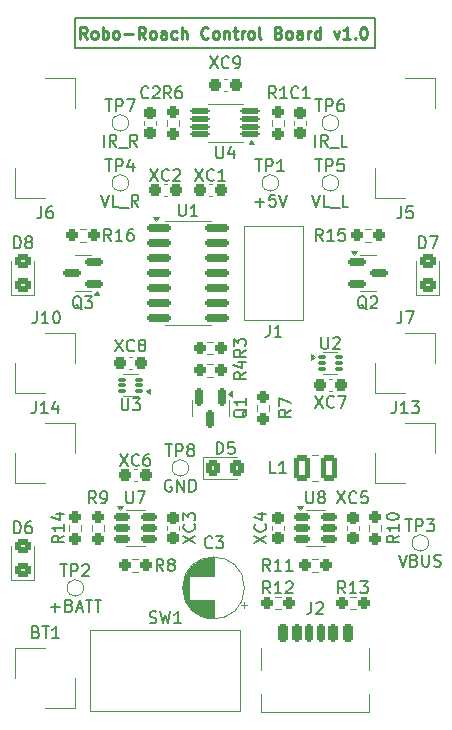
<source format=gto>
G04 #@! TF.GenerationSoftware,KiCad,Pcbnew,9.0.0*
G04 #@! TF.CreationDate,2025-03-07T13:21:57-06:00*
G04 #@! TF.ProjectId,robo-roach-v1.0,726f626f-2d72-46f6-9163-682d76312e30,rev?*
G04 #@! TF.SameCoordinates,Original*
G04 #@! TF.FileFunction,Legend,Top*
G04 #@! TF.FilePolarity,Positive*
%FSLAX46Y46*%
G04 Gerber Fmt 4.6, Leading zero omitted, Abs format (unit mm)*
G04 Created by KiCad (PCBNEW 9.0.0) date 2025-03-07 13:21:57*
%MOMM*%
%LPD*%
G01*
G04 APERTURE LIST*
G04 Aperture macros list*
%AMRoundRect*
0 Rectangle with rounded corners*
0 $1 Rounding radius*
0 $2 $3 $4 $5 $6 $7 $8 $9 X,Y pos of 4 corners*
0 Add a 4 corners polygon primitive as box body*
4,1,4,$2,$3,$4,$5,$6,$7,$8,$9,$2,$3,0*
0 Add four circle primitives for the rounded corners*
1,1,$1+$1,$2,$3*
1,1,$1+$1,$4,$5*
1,1,$1+$1,$6,$7*
1,1,$1+$1,$8,$9*
0 Add four rect primitives between the rounded corners*
20,1,$1+$1,$2,$3,$4,$5,0*
20,1,$1+$1,$4,$5,$6,$7,0*
20,1,$1+$1,$6,$7,$8,$9,0*
20,1,$1+$1,$8,$9,$2,$3,0*%
G04 Aperture macros list end*
%ADD10C,0.200000*%
%ADD11C,0.250000*%
%ADD12C,0.150000*%
%ADD13C,0.120000*%
%ADD14C,0.100000*%
%ADD15C,3.800000*%
%ADD16O,1.000000X1.700000*%
%ADD17RoundRect,0.225000X-0.225000X-0.575000X0.225000X-0.575000X0.225000X0.575000X-0.225000X0.575000X0*%
%ADD18RoundRect,0.200000X-0.200000X-0.600000X0.200000X-0.600000X0.200000X0.600000X-0.200000X0.600000X0*%
%ADD19RoundRect,0.175000X-0.175000X-0.625000X0.175000X-0.625000X0.175000X0.625000X-0.175000X0.625000X0*%
%ADD20RoundRect,0.087500X0.250000X0.087500X-0.250000X0.087500X-0.250000X-0.087500X0.250000X-0.087500X0*%
%ADD21RoundRect,0.237500X-0.300000X-0.237500X0.300000X-0.237500X0.300000X0.237500X-0.300000X0.237500X0*%
%ADD22R,1.600000X1.600000*%
%ADD23C,1.600000*%
%ADD24C,1.000000*%
%ADD25RoundRect,0.150000X-0.825000X-0.150000X0.825000X-0.150000X0.825000X0.150000X-0.825000X0.150000X0*%
%ADD26R,1.400000X1.400000*%
%ADD27C,1.400000*%
%ADD28RoundRect,0.237500X0.250000X0.237500X-0.250000X0.237500X-0.250000X-0.237500X0.250000X-0.237500X0*%
%ADD29RoundRect,0.237500X-0.250000X-0.237500X0.250000X-0.237500X0.250000X0.237500X-0.250000X0.237500X0*%
%ADD30RoundRect,0.237500X0.300000X0.237500X-0.300000X0.237500X-0.300000X-0.237500X0.300000X-0.237500X0*%
%ADD31RoundRect,0.237500X0.237500X-0.250000X0.237500X0.250000X-0.237500X0.250000X-0.237500X-0.250000X0*%
%ADD32C,1.700000*%
%ADD33RoundRect,0.237500X-0.237500X0.300000X-0.237500X-0.300000X0.237500X-0.300000X0.237500X0.300000X0*%
%ADD34RoundRect,0.237500X0.237500X-0.300000X0.237500X0.300000X-0.237500X0.300000X-0.237500X-0.300000X0*%
%ADD35RoundRect,0.150000X-0.512500X-0.150000X0.512500X-0.150000X0.512500X0.150000X-0.512500X0.150000X0*%
%ADD36RoundRect,0.125000X0.687500X0.125000X-0.687500X0.125000X-0.687500X-0.125000X0.687500X-0.125000X0*%
%ADD37RoundRect,0.087500X-0.250000X-0.087500X0.250000X-0.087500X0.250000X0.087500X-0.250000X0.087500X0*%
%ADD38RoundRect,0.237500X-0.237500X0.250000X-0.237500X-0.250000X0.237500X-0.250000X0.237500X0.250000X0*%
%ADD39RoundRect,0.150000X0.587500X0.150000X-0.587500X0.150000X-0.587500X-0.150000X0.587500X-0.150000X0*%
%ADD40RoundRect,0.150000X-0.587500X-0.150000X0.587500X-0.150000X0.587500X0.150000X-0.587500X0.150000X0*%
%ADD41RoundRect,0.150000X-0.150000X0.587500X-0.150000X-0.587500X0.150000X-0.587500X0.150000X0.587500X0*%
%ADD42RoundRect,0.250001X0.462499X0.849999X-0.462499X0.849999X-0.462499X-0.849999X0.462499X-0.849999X0*%
%ADD43RoundRect,0.250000X0.450000X-0.325000X0.450000X0.325000X-0.450000X0.325000X-0.450000X-0.325000X0*%
%ADD44RoundRect,0.250000X-0.325000X-0.450000X0.325000X-0.450000X0.325000X0.450000X-0.325000X0.450000X0*%
G04 APERTURE END LIST*
D10*
X133350000Y-77470000D02*
X158750000Y-77470000D01*
X158750000Y-80010000D01*
X133350000Y-80010000D01*
X133350000Y-77470000D01*
D11*
X134323996Y-79239619D02*
X133990663Y-78763428D01*
X133752568Y-79239619D02*
X133752568Y-78239619D01*
X133752568Y-78239619D02*
X134133520Y-78239619D01*
X134133520Y-78239619D02*
X134228758Y-78287238D01*
X134228758Y-78287238D02*
X134276377Y-78334857D01*
X134276377Y-78334857D02*
X134323996Y-78430095D01*
X134323996Y-78430095D02*
X134323996Y-78572952D01*
X134323996Y-78572952D02*
X134276377Y-78668190D01*
X134276377Y-78668190D02*
X134228758Y-78715809D01*
X134228758Y-78715809D02*
X134133520Y-78763428D01*
X134133520Y-78763428D02*
X133752568Y-78763428D01*
X134895425Y-79239619D02*
X134800187Y-79192000D01*
X134800187Y-79192000D02*
X134752568Y-79144380D01*
X134752568Y-79144380D02*
X134704949Y-79049142D01*
X134704949Y-79049142D02*
X134704949Y-78763428D01*
X134704949Y-78763428D02*
X134752568Y-78668190D01*
X134752568Y-78668190D02*
X134800187Y-78620571D01*
X134800187Y-78620571D02*
X134895425Y-78572952D01*
X134895425Y-78572952D02*
X135038282Y-78572952D01*
X135038282Y-78572952D02*
X135133520Y-78620571D01*
X135133520Y-78620571D02*
X135181139Y-78668190D01*
X135181139Y-78668190D02*
X135228758Y-78763428D01*
X135228758Y-78763428D02*
X135228758Y-79049142D01*
X135228758Y-79049142D02*
X135181139Y-79144380D01*
X135181139Y-79144380D02*
X135133520Y-79192000D01*
X135133520Y-79192000D02*
X135038282Y-79239619D01*
X135038282Y-79239619D02*
X134895425Y-79239619D01*
X135657330Y-79239619D02*
X135657330Y-78239619D01*
X135657330Y-78620571D02*
X135752568Y-78572952D01*
X135752568Y-78572952D02*
X135943044Y-78572952D01*
X135943044Y-78572952D02*
X136038282Y-78620571D01*
X136038282Y-78620571D02*
X136085901Y-78668190D01*
X136085901Y-78668190D02*
X136133520Y-78763428D01*
X136133520Y-78763428D02*
X136133520Y-79049142D01*
X136133520Y-79049142D02*
X136085901Y-79144380D01*
X136085901Y-79144380D02*
X136038282Y-79192000D01*
X136038282Y-79192000D02*
X135943044Y-79239619D01*
X135943044Y-79239619D02*
X135752568Y-79239619D01*
X135752568Y-79239619D02*
X135657330Y-79192000D01*
X136704949Y-79239619D02*
X136609711Y-79192000D01*
X136609711Y-79192000D02*
X136562092Y-79144380D01*
X136562092Y-79144380D02*
X136514473Y-79049142D01*
X136514473Y-79049142D02*
X136514473Y-78763428D01*
X136514473Y-78763428D02*
X136562092Y-78668190D01*
X136562092Y-78668190D02*
X136609711Y-78620571D01*
X136609711Y-78620571D02*
X136704949Y-78572952D01*
X136704949Y-78572952D02*
X136847806Y-78572952D01*
X136847806Y-78572952D02*
X136943044Y-78620571D01*
X136943044Y-78620571D02*
X136990663Y-78668190D01*
X136990663Y-78668190D02*
X137038282Y-78763428D01*
X137038282Y-78763428D02*
X137038282Y-79049142D01*
X137038282Y-79049142D02*
X136990663Y-79144380D01*
X136990663Y-79144380D02*
X136943044Y-79192000D01*
X136943044Y-79192000D02*
X136847806Y-79239619D01*
X136847806Y-79239619D02*
X136704949Y-79239619D01*
X137466854Y-78858666D02*
X138228759Y-78858666D01*
X139276377Y-79239619D02*
X138943044Y-78763428D01*
X138704949Y-79239619D02*
X138704949Y-78239619D01*
X138704949Y-78239619D02*
X139085901Y-78239619D01*
X139085901Y-78239619D02*
X139181139Y-78287238D01*
X139181139Y-78287238D02*
X139228758Y-78334857D01*
X139228758Y-78334857D02*
X139276377Y-78430095D01*
X139276377Y-78430095D02*
X139276377Y-78572952D01*
X139276377Y-78572952D02*
X139228758Y-78668190D01*
X139228758Y-78668190D02*
X139181139Y-78715809D01*
X139181139Y-78715809D02*
X139085901Y-78763428D01*
X139085901Y-78763428D02*
X138704949Y-78763428D01*
X139847806Y-79239619D02*
X139752568Y-79192000D01*
X139752568Y-79192000D02*
X139704949Y-79144380D01*
X139704949Y-79144380D02*
X139657330Y-79049142D01*
X139657330Y-79049142D02*
X139657330Y-78763428D01*
X139657330Y-78763428D02*
X139704949Y-78668190D01*
X139704949Y-78668190D02*
X139752568Y-78620571D01*
X139752568Y-78620571D02*
X139847806Y-78572952D01*
X139847806Y-78572952D02*
X139990663Y-78572952D01*
X139990663Y-78572952D02*
X140085901Y-78620571D01*
X140085901Y-78620571D02*
X140133520Y-78668190D01*
X140133520Y-78668190D02*
X140181139Y-78763428D01*
X140181139Y-78763428D02*
X140181139Y-79049142D01*
X140181139Y-79049142D02*
X140133520Y-79144380D01*
X140133520Y-79144380D02*
X140085901Y-79192000D01*
X140085901Y-79192000D02*
X139990663Y-79239619D01*
X139990663Y-79239619D02*
X139847806Y-79239619D01*
X141038282Y-79239619D02*
X141038282Y-78715809D01*
X141038282Y-78715809D02*
X140990663Y-78620571D01*
X140990663Y-78620571D02*
X140895425Y-78572952D01*
X140895425Y-78572952D02*
X140704949Y-78572952D01*
X140704949Y-78572952D02*
X140609711Y-78620571D01*
X141038282Y-79192000D02*
X140943044Y-79239619D01*
X140943044Y-79239619D02*
X140704949Y-79239619D01*
X140704949Y-79239619D02*
X140609711Y-79192000D01*
X140609711Y-79192000D02*
X140562092Y-79096761D01*
X140562092Y-79096761D02*
X140562092Y-79001523D01*
X140562092Y-79001523D02*
X140609711Y-78906285D01*
X140609711Y-78906285D02*
X140704949Y-78858666D01*
X140704949Y-78858666D02*
X140943044Y-78858666D01*
X140943044Y-78858666D02*
X141038282Y-78811047D01*
X141943044Y-79192000D02*
X141847806Y-79239619D01*
X141847806Y-79239619D02*
X141657330Y-79239619D01*
X141657330Y-79239619D02*
X141562092Y-79192000D01*
X141562092Y-79192000D02*
X141514473Y-79144380D01*
X141514473Y-79144380D02*
X141466854Y-79049142D01*
X141466854Y-79049142D02*
X141466854Y-78763428D01*
X141466854Y-78763428D02*
X141514473Y-78668190D01*
X141514473Y-78668190D02*
X141562092Y-78620571D01*
X141562092Y-78620571D02*
X141657330Y-78572952D01*
X141657330Y-78572952D02*
X141847806Y-78572952D01*
X141847806Y-78572952D02*
X141943044Y-78620571D01*
X142371616Y-79239619D02*
X142371616Y-78239619D01*
X142800187Y-79239619D02*
X142800187Y-78715809D01*
X142800187Y-78715809D02*
X142752568Y-78620571D01*
X142752568Y-78620571D02*
X142657330Y-78572952D01*
X142657330Y-78572952D02*
X142514473Y-78572952D01*
X142514473Y-78572952D02*
X142419235Y-78620571D01*
X142419235Y-78620571D02*
X142371616Y-78668190D01*
X144609711Y-79144380D02*
X144562092Y-79192000D01*
X144562092Y-79192000D02*
X144419235Y-79239619D01*
X144419235Y-79239619D02*
X144323997Y-79239619D01*
X144323997Y-79239619D02*
X144181140Y-79192000D01*
X144181140Y-79192000D02*
X144085902Y-79096761D01*
X144085902Y-79096761D02*
X144038283Y-79001523D01*
X144038283Y-79001523D02*
X143990664Y-78811047D01*
X143990664Y-78811047D02*
X143990664Y-78668190D01*
X143990664Y-78668190D02*
X144038283Y-78477714D01*
X144038283Y-78477714D02*
X144085902Y-78382476D01*
X144085902Y-78382476D02*
X144181140Y-78287238D01*
X144181140Y-78287238D02*
X144323997Y-78239619D01*
X144323997Y-78239619D02*
X144419235Y-78239619D01*
X144419235Y-78239619D02*
X144562092Y-78287238D01*
X144562092Y-78287238D02*
X144609711Y-78334857D01*
X145181140Y-79239619D02*
X145085902Y-79192000D01*
X145085902Y-79192000D02*
X145038283Y-79144380D01*
X145038283Y-79144380D02*
X144990664Y-79049142D01*
X144990664Y-79049142D02*
X144990664Y-78763428D01*
X144990664Y-78763428D02*
X145038283Y-78668190D01*
X145038283Y-78668190D02*
X145085902Y-78620571D01*
X145085902Y-78620571D02*
X145181140Y-78572952D01*
X145181140Y-78572952D02*
X145323997Y-78572952D01*
X145323997Y-78572952D02*
X145419235Y-78620571D01*
X145419235Y-78620571D02*
X145466854Y-78668190D01*
X145466854Y-78668190D02*
X145514473Y-78763428D01*
X145514473Y-78763428D02*
X145514473Y-79049142D01*
X145514473Y-79049142D02*
X145466854Y-79144380D01*
X145466854Y-79144380D02*
X145419235Y-79192000D01*
X145419235Y-79192000D02*
X145323997Y-79239619D01*
X145323997Y-79239619D02*
X145181140Y-79239619D01*
X145943045Y-78572952D02*
X145943045Y-79239619D01*
X145943045Y-78668190D02*
X145990664Y-78620571D01*
X145990664Y-78620571D02*
X146085902Y-78572952D01*
X146085902Y-78572952D02*
X146228759Y-78572952D01*
X146228759Y-78572952D02*
X146323997Y-78620571D01*
X146323997Y-78620571D02*
X146371616Y-78715809D01*
X146371616Y-78715809D02*
X146371616Y-79239619D01*
X146704950Y-78572952D02*
X147085902Y-78572952D01*
X146847807Y-78239619D02*
X146847807Y-79096761D01*
X146847807Y-79096761D02*
X146895426Y-79192000D01*
X146895426Y-79192000D02*
X146990664Y-79239619D01*
X146990664Y-79239619D02*
X147085902Y-79239619D01*
X147419236Y-79239619D02*
X147419236Y-78572952D01*
X147419236Y-78763428D02*
X147466855Y-78668190D01*
X147466855Y-78668190D02*
X147514474Y-78620571D01*
X147514474Y-78620571D02*
X147609712Y-78572952D01*
X147609712Y-78572952D02*
X147704950Y-78572952D01*
X148181141Y-79239619D02*
X148085903Y-79192000D01*
X148085903Y-79192000D02*
X148038284Y-79144380D01*
X148038284Y-79144380D02*
X147990665Y-79049142D01*
X147990665Y-79049142D02*
X147990665Y-78763428D01*
X147990665Y-78763428D02*
X148038284Y-78668190D01*
X148038284Y-78668190D02*
X148085903Y-78620571D01*
X148085903Y-78620571D02*
X148181141Y-78572952D01*
X148181141Y-78572952D02*
X148323998Y-78572952D01*
X148323998Y-78572952D02*
X148419236Y-78620571D01*
X148419236Y-78620571D02*
X148466855Y-78668190D01*
X148466855Y-78668190D02*
X148514474Y-78763428D01*
X148514474Y-78763428D02*
X148514474Y-79049142D01*
X148514474Y-79049142D02*
X148466855Y-79144380D01*
X148466855Y-79144380D02*
X148419236Y-79192000D01*
X148419236Y-79192000D02*
X148323998Y-79239619D01*
X148323998Y-79239619D02*
X148181141Y-79239619D01*
X149085903Y-79239619D02*
X148990665Y-79192000D01*
X148990665Y-79192000D02*
X148943046Y-79096761D01*
X148943046Y-79096761D02*
X148943046Y-78239619D01*
X150562094Y-78715809D02*
X150704951Y-78763428D01*
X150704951Y-78763428D02*
X150752570Y-78811047D01*
X150752570Y-78811047D02*
X150800189Y-78906285D01*
X150800189Y-78906285D02*
X150800189Y-79049142D01*
X150800189Y-79049142D02*
X150752570Y-79144380D01*
X150752570Y-79144380D02*
X150704951Y-79192000D01*
X150704951Y-79192000D02*
X150609713Y-79239619D01*
X150609713Y-79239619D02*
X150228761Y-79239619D01*
X150228761Y-79239619D02*
X150228761Y-78239619D01*
X150228761Y-78239619D02*
X150562094Y-78239619D01*
X150562094Y-78239619D02*
X150657332Y-78287238D01*
X150657332Y-78287238D02*
X150704951Y-78334857D01*
X150704951Y-78334857D02*
X150752570Y-78430095D01*
X150752570Y-78430095D02*
X150752570Y-78525333D01*
X150752570Y-78525333D02*
X150704951Y-78620571D01*
X150704951Y-78620571D02*
X150657332Y-78668190D01*
X150657332Y-78668190D02*
X150562094Y-78715809D01*
X150562094Y-78715809D02*
X150228761Y-78715809D01*
X151371618Y-79239619D02*
X151276380Y-79192000D01*
X151276380Y-79192000D02*
X151228761Y-79144380D01*
X151228761Y-79144380D02*
X151181142Y-79049142D01*
X151181142Y-79049142D02*
X151181142Y-78763428D01*
X151181142Y-78763428D02*
X151228761Y-78668190D01*
X151228761Y-78668190D02*
X151276380Y-78620571D01*
X151276380Y-78620571D02*
X151371618Y-78572952D01*
X151371618Y-78572952D02*
X151514475Y-78572952D01*
X151514475Y-78572952D02*
X151609713Y-78620571D01*
X151609713Y-78620571D02*
X151657332Y-78668190D01*
X151657332Y-78668190D02*
X151704951Y-78763428D01*
X151704951Y-78763428D02*
X151704951Y-79049142D01*
X151704951Y-79049142D02*
X151657332Y-79144380D01*
X151657332Y-79144380D02*
X151609713Y-79192000D01*
X151609713Y-79192000D02*
X151514475Y-79239619D01*
X151514475Y-79239619D02*
X151371618Y-79239619D01*
X152562094Y-79239619D02*
X152562094Y-78715809D01*
X152562094Y-78715809D02*
X152514475Y-78620571D01*
X152514475Y-78620571D02*
X152419237Y-78572952D01*
X152419237Y-78572952D02*
X152228761Y-78572952D01*
X152228761Y-78572952D02*
X152133523Y-78620571D01*
X152562094Y-79192000D02*
X152466856Y-79239619D01*
X152466856Y-79239619D02*
X152228761Y-79239619D01*
X152228761Y-79239619D02*
X152133523Y-79192000D01*
X152133523Y-79192000D02*
X152085904Y-79096761D01*
X152085904Y-79096761D02*
X152085904Y-79001523D01*
X152085904Y-79001523D02*
X152133523Y-78906285D01*
X152133523Y-78906285D02*
X152228761Y-78858666D01*
X152228761Y-78858666D02*
X152466856Y-78858666D01*
X152466856Y-78858666D02*
X152562094Y-78811047D01*
X153038285Y-79239619D02*
X153038285Y-78572952D01*
X153038285Y-78763428D02*
X153085904Y-78668190D01*
X153085904Y-78668190D02*
X153133523Y-78620571D01*
X153133523Y-78620571D02*
X153228761Y-78572952D01*
X153228761Y-78572952D02*
X153323999Y-78572952D01*
X154085904Y-79239619D02*
X154085904Y-78239619D01*
X154085904Y-79192000D02*
X153990666Y-79239619D01*
X153990666Y-79239619D02*
X153800190Y-79239619D01*
X153800190Y-79239619D02*
X153704952Y-79192000D01*
X153704952Y-79192000D02*
X153657333Y-79144380D01*
X153657333Y-79144380D02*
X153609714Y-79049142D01*
X153609714Y-79049142D02*
X153609714Y-78763428D01*
X153609714Y-78763428D02*
X153657333Y-78668190D01*
X153657333Y-78668190D02*
X153704952Y-78620571D01*
X153704952Y-78620571D02*
X153800190Y-78572952D01*
X153800190Y-78572952D02*
X153990666Y-78572952D01*
X153990666Y-78572952D02*
X154085904Y-78620571D01*
X155228762Y-78572952D02*
X155466857Y-79239619D01*
X155466857Y-79239619D02*
X155704952Y-78572952D01*
X156609714Y-79239619D02*
X156038286Y-79239619D01*
X156324000Y-79239619D02*
X156324000Y-78239619D01*
X156324000Y-78239619D02*
X156228762Y-78382476D01*
X156228762Y-78382476D02*
X156133524Y-78477714D01*
X156133524Y-78477714D02*
X156038286Y-78525333D01*
X157038286Y-79144380D02*
X157085905Y-79192000D01*
X157085905Y-79192000D02*
X157038286Y-79239619D01*
X157038286Y-79239619D02*
X156990667Y-79192000D01*
X156990667Y-79192000D02*
X157038286Y-79144380D01*
X157038286Y-79144380D02*
X157038286Y-79239619D01*
X157704952Y-78239619D02*
X157800190Y-78239619D01*
X157800190Y-78239619D02*
X157895428Y-78287238D01*
X157895428Y-78287238D02*
X157943047Y-78334857D01*
X157943047Y-78334857D02*
X157990666Y-78430095D01*
X157990666Y-78430095D02*
X158038285Y-78620571D01*
X158038285Y-78620571D02*
X158038285Y-78858666D01*
X158038285Y-78858666D02*
X157990666Y-79049142D01*
X157990666Y-79049142D02*
X157943047Y-79144380D01*
X157943047Y-79144380D02*
X157895428Y-79192000D01*
X157895428Y-79192000D02*
X157800190Y-79239619D01*
X157800190Y-79239619D02*
X157704952Y-79239619D01*
X157704952Y-79239619D02*
X157609714Y-79192000D01*
X157609714Y-79192000D02*
X157562095Y-79144380D01*
X157562095Y-79144380D02*
X157514476Y-79049142D01*
X157514476Y-79049142D02*
X157466857Y-78858666D01*
X157466857Y-78858666D02*
X157466857Y-78620571D01*
X157466857Y-78620571D02*
X157514476Y-78430095D01*
X157514476Y-78430095D02*
X157562095Y-78334857D01*
X157562095Y-78334857D02*
X157609714Y-78287238D01*
X157609714Y-78287238D02*
X157704952Y-78239619D01*
D12*
X153336666Y-126919819D02*
X153336666Y-127634104D01*
X153336666Y-127634104D02*
X153289047Y-127776961D01*
X153289047Y-127776961D02*
X153193809Y-127872200D01*
X153193809Y-127872200D02*
X153050952Y-127919819D01*
X153050952Y-127919819D02*
X152955714Y-127919819D01*
X153765238Y-127015057D02*
X153812857Y-126967438D01*
X153812857Y-126967438D02*
X153908095Y-126919819D01*
X153908095Y-126919819D02*
X154146190Y-126919819D01*
X154146190Y-126919819D02*
X154241428Y-126967438D01*
X154241428Y-126967438D02*
X154289047Y-127015057D01*
X154289047Y-127015057D02*
X154336666Y-127110295D01*
X154336666Y-127110295D02*
X154336666Y-127205533D01*
X154336666Y-127205533D02*
X154289047Y-127348390D01*
X154289047Y-127348390D02*
X153717619Y-127919819D01*
X153717619Y-127919819D02*
X154336666Y-127919819D01*
X137260595Y-109689819D02*
X137260595Y-110499342D01*
X137260595Y-110499342D02*
X137308214Y-110594580D01*
X137308214Y-110594580D02*
X137355833Y-110642200D01*
X137355833Y-110642200D02*
X137451071Y-110689819D01*
X137451071Y-110689819D02*
X137641547Y-110689819D01*
X137641547Y-110689819D02*
X137736785Y-110642200D01*
X137736785Y-110642200D02*
X137784404Y-110594580D01*
X137784404Y-110594580D02*
X137832023Y-110499342D01*
X137832023Y-110499342D02*
X137832023Y-109689819D01*
X138212976Y-109689819D02*
X138832023Y-109689819D01*
X138832023Y-109689819D02*
X138498690Y-110070771D01*
X138498690Y-110070771D02*
X138641547Y-110070771D01*
X138641547Y-110070771D02*
X138736785Y-110118390D01*
X138736785Y-110118390D02*
X138784404Y-110166009D01*
X138784404Y-110166009D02*
X138832023Y-110261247D01*
X138832023Y-110261247D02*
X138832023Y-110499342D01*
X138832023Y-110499342D02*
X138784404Y-110594580D01*
X138784404Y-110594580D02*
X138736785Y-110642200D01*
X138736785Y-110642200D02*
X138641547Y-110689819D01*
X138641547Y-110689819D02*
X138355833Y-110689819D01*
X138355833Y-110689819D02*
X138260595Y-110642200D01*
X138260595Y-110642200D02*
X138212976Y-110594580D01*
X136712976Y-104704819D02*
X137379642Y-105704819D01*
X137379642Y-104704819D02*
X136712976Y-105704819D01*
X138332023Y-105609580D02*
X138284404Y-105657200D01*
X138284404Y-105657200D02*
X138141547Y-105704819D01*
X138141547Y-105704819D02*
X138046309Y-105704819D01*
X138046309Y-105704819D02*
X137903452Y-105657200D01*
X137903452Y-105657200D02*
X137808214Y-105561961D01*
X137808214Y-105561961D02*
X137760595Y-105466723D01*
X137760595Y-105466723D02*
X137712976Y-105276247D01*
X137712976Y-105276247D02*
X137712976Y-105133390D01*
X137712976Y-105133390D02*
X137760595Y-104942914D01*
X137760595Y-104942914D02*
X137808214Y-104847676D01*
X137808214Y-104847676D02*
X137903452Y-104752438D01*
X137903452Y-104752438D02*
X138046309Y-104704819D01*
X138046309Y-104704819D02*
X138141547Y-104704819D01*
X138141547Y-104704819D02*
X138284404Y-104752438D01*
X138284404Y-104752438D02*
X138332023Y-104800057D01*
X138903452Y-105133390D02*
X138808214Y-105085771D01*
X138808214Y-105085771D02*
X138760595Y-105038152D01*
X138760595Y-105038152D02*
X138712976Y-104942914D01*
X138712976Y-104942914D02*
X138712976Y-104895295D01*
X138712976Y-104895295D02*
X138760595Y-104800057D01*
X138760595Y-104800057D02*
X138808214Y-104752438D01*
X138808214Y-104752438D02*
X138903452Y-104704819D01*
X138903452Y-104704819D02*
X139093928Y-104704819D01*
X139093928Y-104704819D02*
X139189166Y-104752438D01*
X139189166Y-104752438D02*
X139236785Y-104800057D01*
X139236785Y-104800057D02*
X139284404Y-104895295D01*
X139284404Y-104895295D02*
X139284404Y-104942914D01*
X139284404Y-104942914D02*
X139236785Y-105038152D01*
X139236785Y-105038152D02*
X139189166Y-105085771D01*
X139189166Y-105085771D02*
X139093928Y-105133390D01*
X139093928Y-105133390D02*
X138903452Y-105133390D01*
X138903452Y-105133390D02*
X138808214Y-105181009D01*
X138808214Y-105181009D02*
X138760595Y-105228628D01*
X138760595Y-105228628D02*
X138712976Y-105323866D01*
X138712976Y-105323866D02*
X138712976Y-105514342D01*
X138712976Y-105514342D02*
X138760595Y-105609580D01*
X138760595Y-105609580D02*
X138808214Y-105657200D01*
X138808214Y-105657200D02*
X138903452Y-105704819D01*
X138903452Y-105704819D02*
X139093928Y-105704819D01*
X139093928Y-105704819D02*
X139189166Y-105657200D01*
X139189166Y-105657200D02*
X139236785Y-105609580D01*
X139236785Y-105609580D02*
X139284404Y-105514342D01*
X139284404Y-105514342D02*
X139284404Y-105323866D01*
X139284404Y-105323866D02*
X139236785Y-105228628D01*
X139236785Y-105228628D02*
X139189166Y-105181009D01*
X139189166Y-105181009D02*
X139093928Y-105133390D01*
X144928220Y-122279580D02*
X144880601Y-122327200D01*
X144880601Y-122327200D02*
X144737744Y-122374819D01*
X144737744Y-122374819D02*
X144642506Y-122374819D01*
X144642506Y-122374819D02*
X144499649Y-122327200D01*
X144499649Y-122327200D02*
X144404411Y-122231961D01*
X144404411Y-122231961D02*
X144356792Y-122136723D01*
X144356792Y-122136723D02*
X144309173Y-121946247D01*
X144309173Y-121946247D02*
X144309173Y-121803390D01*
X144309173Y-121803390D02*
X144356792Y-121612914D01*
X144356792Y-121612914D02*
X144404411Y-121517676D01*
X144404411Y-121517676D02*
X144499649Y-121422438D01*
X144499649Y-121422438D02*
X144642506Y-121374819D01*
X144642506Y-121374819D02*
X144737744Y-121374819D01*
X144737744Y-121374819D02*
X144880601Y-121422438D01*
X144880601Y-121422438D02*
X144928220Y-121470057D01*
X145261554Y-121374819D02*
X145880601Y-121374819D01*
X145880601Y-121374819D02*
X145547268Y-121755771D01*
X145547268Y-121755771D02*
X145690125Y-121755771D01*
X145690125Y-121755771D02*
X145785363Y-121803390D01*
X145785363Y-121803390D02*
X145832982Y-121851009D01*
X145832982Y-121851009D02*
X145880601Y-121946247D01*
X145880601Y-121946247D02*
X145880601Y-122184342D01*
X145880601Y-122184342D02*
X145832982Y-122279580D01*
X145832982Y-122279580D02*
X145785363Y-122327200D01*
X145785363Y-122327200D02*
X145690125Y-122374819D01*
X145690125Y-122374819D02*
X145404411Y-122374819D01*
X145404411Y-122374819D02*
X145309173Y-122327200D01*
X145309173Y-122327200D02*
X145261554Y-122279580D01*
X140978095Y-113576819D02*
X141549523Y-113576819D01*
X141263809Y-114576819D02*
X141263809Y-113576819D01*
X141882857Y-114576819D02*
X141882857Y-113576819D01*
X141882857Y-113576819D02*
X142263809Y-113576819D01*
X142263809Y-113576819D02*
X142359047Y-113624438D01*
X142359047Y-113624438D02*
X142406666Y-113672057D01*
X142406666Y-113672057D02*
X142454285Y-113767295D01*
X142454285Y-113767295D02*
X142454285Y-113910152D01*
X142454285Y-113910152D02*
X142406666Y-114005390D01*
X142406666Y-114005390D02*
X142359047Y-114053009D01*
X142359047Y-114053009D02*
X142263809Y-114100628D01*
X142263809Y-114100628D02*
X141882857Y-114100628D01*
X143025714Y-114005390D02*
X142930476Y-113957771D01*
X142930476Y-113957771D02*
X142882857Y-113910152D01*
X142882857Y-113910152D02*
X142835238Y-113814914D01*
X142835238Y-113814914D02*
X142835238Y-113767295D01*
X142835238Y-113767295D02*
X142882857Y-113672057D01*
X142882857Y-113672057D02*
X142930476Y-113624438D01*
X142930476Y-113624438D02*
X143025714Y-113576819D01*
X143025714Y-113576819D02*
X143216190Y-113576819D01*
X143216190Y-113576819D02*
X143311428Y-113624438D01*
X143311428Y-113624438D02*
X143359047Y-113672057D01*
X143359047Y-113672057D02*
X143406666Y-113767295D01*
X143406666Y-113767295D02*
X143406666Y-113814914D01*
X143406666Y-113814914D02*
X143359047Y-113910152D01*
X143359047Y-113910152D02*
X143311428Y-113957771D01*
X143311428Y-113957771D02*
X143216190Y-114005390D01*
X143216190Y-114005390D02*
X143025714Y-114005390D01*
X143025714Y-114005390D02*
X142930476Y-114053009D01*
X142930476Y-114053009D02*
X142882857Y-114100628D01*
X142882857Y-114100628D02*
X142835238Y-114195866D01*
X142835238Y-114195866D02*
X142835238Y-114386342D01*
X142835238Y-114386342D02*
X142882857Y-114481580D01*
X142882857Y-114481580D02*
X142930476Y-114529200D01*
X142930476Y-114529200D02*
X143025714Y-114576819D01*
X143025714Y-114576819D02*
X143216190Y-114576819D01*
X143216190Y-114576819D02*
X143311428Y-114529200D01*
X143311428Y-114529200D02*
X143359047Y-114481580D01*
X143359047Y-114481580D02*
X143406666Y-114386342D01*
X143406666Y-114386342D02*
X143406666Y-114195866D01*
X143406666Y-114195866D02*
X143359047Y-114100628D01*
X143359047Y-114100628D02*
X143311428Y-114053009D01*
X143311428Y-114053009D02*
X143216190Y-114005390D01*
X141478095Y-116622438D02*
X141382857Y-116574819D01*
X141382857Y-116574819D02*
X141240000Y-116574819D01*
X141240000Y-116574819D02*
X141097143Y-116622438D01*
X141097143Y-116622438D02*
X141001905Y-116717676D01*
X141001905Y-116717676D02*
X140954286Y-116812914D01*
X140954286Y-116812914D02*
X140906667Y-117003390D01*
X140906667Y-117003390D02*
X140906667Y-117146247D01*
X140906667Y-117146247D02*
X140954286Y-117336723D01*
X140954286Y-117336723D02*
X141001905Y-117431961D01*
X141001905Y-117431961D02*
X141097143Y-117527200D01*
X141097143Y-117527200D02*
X141240000Y-117574819D01*
X141240000Y-117574819D02*
X141335238Y-117574819D01*
X141335238Y-117574819D02*
X141478095Y-117527200D01*
X141478095Y-117527200D02*
X141525714Y-117479580D01*
X141525714Y-117479580D02*
X141525714Y-117146247D01*
X141525714Y-117146247D02*
X141335238Y-117146247D01*
X141954286Y-117574819D02*
X141954286Y-116574819D01*
X141954286Y-116574819D02*
X142525714Y-117574819D01*
X142525714Y-117574819D02*
X142525714Y-116574819D01*
X143001905Y-117574819D02*
X143001905Y-116574819D01*
X143001905Y-116574819D02*
X143240000Y-116574819D01*
X143240000Y-116574819D02*
X143382857Y-116622438D01*
X143382857Y-116622438D02*
X143478095Y-116717676D01*
X143478095Y-116717676D02*
X143525714Y-116812914D01*
X143525714Y-116812914D02*
X143573333Y-117003390D01*
X143573333Y-117003390D02*
X143573333Y-117146247D01*
X143573333Y-117146247D02*
X143525714Y-117336723D01*
X143525714Y-117336723D02*
X143478095Y-117431961D01*
X143478095Y-117431961D02*
X143382857Y-117527200D01*
X143382857Y-117527200D02*
X143240000Y-117574819D01*
X143240000Y-117574819D02*
X143001905Y-117574819D01*
X135898095Y-84366819D02*
X136469523Y-84366819D01*
X136183809Y-85366819D02*
X136183809Y-84366819D01*
X136802857Y-85366819D02*
X136802857Y-84366819D01*
X136802857Y-84366819D02*
X137183809Y-84366819D01*
X137183809Y-84366819D02*
X137279047Y-84414438D01*
X137279047Y-84414438D02*
X137326666Y-84462057D01*
X137326666Y-84462057D02*
X137374285Y-84557295D01*
X137374285Y-84557295D02*
X137374285Y-84700152D01*
X137374285Y-84700152D02*
X137326666Y-84795390D01*
X137326666Y-84795390D02*
X137279047Y-84843009D01*
X137279047Y-84843009D02*
X137183809Y-84890628D01*
X137183809Y-84890628D02*
X136802857Y-84890628D01*
X137707619Y-84366819D02*
X138374285Y-84366819D01*
X138374285Y-84366819D02*
X137945714Y-85366819D01*
X135779048Y-88364819D02*
X135779048Y-87364819D01*
X136826666Y-88364819D02*
X136493333Y-87888628D01*
X136255238Y-88364819D02*
X136255238Y-87364819D01*
X136255238Y-87364819D02*
X136636190Y-87364819D01*
X136636190Y-87364819D02*
X136731428Y-87412438D01*
X136731428Y-87412438D02*
X136779047Y-87460057D01*
X136779047Y-87460057D02*
X136826666Y-87555295D01*
X136826666Y-87555295D02*
X136826666Y-87698152D01*
X136826666Y-87698152D02*
X136779047Y-87793390D01*
X136779047Y-87793390D02*
X136731428Y-87841009D01*
X136731428Y-87841009D02*
X136636190Y-87888628D01*
X136636190Y-87888628D02*
X136255238Y-87888628D01*
X137017143Y-88460057D02*
X137779047Y-88460057D01*
X138588571Y-88364819D02*
X138255238Y-87888628D01*
X138017143Y-88364819D02*
X138017143Y-87364819D01*
X138017143Y-87364819D02*
X138398095Y-87364819D01*
X138398095Y-87364819D02*
X138493333Y-87412438D01*
X138493333Y-87412438D02*
X138540952Y-87460057D01*
X138540952Y-87460057D02*
X138588571Y-87555295D01*
X138588571Y-87555295D02*
X138588571Y-87698152D01*
X138588571Y-87698152D02*
X138540952Y-87793390D01*
X138540952Y-87793390D02*
X138493333Y-87841009D01*
X138493333Y-87841009D02*
X138398095Y-87888628D01*
X138398095Y-87888628D02*
X138017143Y-87888628D01*
X153678095Y-84366819D02*
X154249523Y-84366819D01*
X153963809Y-85366819D02*
X153963809Y-84366819D01*
X154582857Y-85366819D02*
X154582857Y-84366819D01*
X154582857Y-84366819D02*
X154963809Y-84366819D01*
X154963809Y-84366819D02*
X155059047Y-84414438D01*
X155059047Y-84414438D02*
X155106666Y-84462057D01*
X155106666Y-84462057D02*
X155154285Y-84557295D01*
X155154285Y-84557295D02*
X155154285Y-84700152D01*
X155154285Y-84700152D02*
X155106666Y-84795390D01*
X155106666Y-84795390D02*
X155059047Y-84843009D01*
X155059047Y-84843009D02*
X154963809Y-84890628D01*
X154963809Y-84890628D02*
X154582857Y-84890628D01*
X156011428Y-84366819D02*
X155820952Y-84366819D01*
X155820952Y-84366819D02*
X155725714Y-84414438D01*
X155725714Y-84414438D02*
X155678095Y-84462057D01*
X155678095Y-84462057D02*
X155582857Y-84604914D01*
X155582857Y-84604914D02*
X155535238Y-84795390D01*
X155535238Y-84795390D02*
X155535238Y-85176342D01*
X155535238Y-85176342D02*
X155582857Y-85271580D01*
X155582857Y-85271580D02*
X155630476Y-85319200D01*
X155630476Y-85319200D02*
X155725714Y-85366819D01*
X155725714Y-85366819D02*
X155916190Y-85366819D01*
X155916190Y-85366819D02*
X156011428Y-85319200D01*
X156011428Y-85319200D02*
X156059047Y-85271580D01*
X156059047Y-85271580D02*
X156106666Y-85176342D01*
X156106666Y-85176342D02*
X156106666Y-84938247D01*
X156106666Y-84938247D02*
X156059047Y-84843009D01*
X156059047Y-84843009D02*
X156011428Y-84795390D01*
X156011428Y-84795390D02*
X155916190Y-84747771D01*
X155916190Y-84747771D02*
X155725714Y-84747771D01*
X155725714Y-84747771D02*
X155630476Y-84795390D01*
X155630476Y-84795390D02*
X155582857Y-84843009D01*
X155582857Y-84843009D02*
X155535238Y-84938247D01*
X153654286Y-88364819D02*
X153654286Y-87364819D01*
X154701904Y-88364819D02*
X154368571Y-87888628D01*
X154130476Y-88364819D02*
X154130476Y-87364819D01*
X154130476Y-87364819D02*
X154511428Y-87364819D01*
X154511428Y-87364819D02*
X154606666Y-87412438D01*
X154606666Y-87412438D02*
X154654285Y-87460057D01*
X154654285Y-87460057D02*
X154701904Y-87555295D01*
X154701904Y-87555295D02*
X154701904Y-87698152D01*
X154701904Y-87698152D02*
X154654285Y-87793390D01*
X154654285Y-87793390D02*
X154606666Y-87841009D01*
X154606666Y-87841009D02*
X154511428Y-87888628D01*
X154511428Y-87888628D02*
X154130476Y-87888628D01*
X154892381Y-88460057D02*
X155654285Y-88460057D01*
X156368571Y-88364819D02*
X155892381Y-88364819D01*
X155892381Y-88364819D02*
X155892381Y-87364819D01*
X153678095Y-89446819D02*
X154249523Y-89446819D01*
X153963809Y-90446819D02*
X153963809Y-89446819D01*
X154582857Y-90446819D02*
X154582857Y-89446819D01*
X154582857Y-89446819D02*
X154963809Y-89446819D01*
X154963809Y-89446819D02*
X155059047Y-89494438D01*
X155059047Y-89494438D02*
X155106666Y-89542057D01*
X155106666Y-89542057D02*
X155154285Y-89637295D01*
X155154285Y-89637295D02*
X155154285Y-89780152D01*
X155154285Y-89780152D02*
X155106666Y-89875390D01*
X155106666Y-89875390D02*
X155059047Y-89923009D01*
X155059047Y-89923009D02*
X154963809Y-89970628D01*
X154963809Y-89970628D02*
X154582857Y-89970628D01*
X156059047Y-89446819D02*
X155582857Y-89446819D01*
X155582857Y-89446819D02*
X155535238Y-89923009D01*
X155535238Y-89923009D02*
X155582857Y-89875390D01*
X155582857Y-89875390D02*
X155678095Y-89827771D01*
X155678095Y-89827771D02*
X155916190Y-89827771D01*
X155916190Y-89827771D02*
X156011428Y-89875390D01*
X156011428Y-89875390D02*
X156059047Y-89923009D01*
X156059047Y-89923009D02*
X156106666Y-90018247D01*
X156106666Y-90018247D02*
X156106666Y-90256342D01*
X156106666Y-90256342D02*
X156059047Y-90351580D01*
X156059047Y-90351580D02*
X156011428Y-90399200D01*
X156011428Y-90399200D02*
X155916190Y-90446819D01*
X155916190Y-90446819D02*
X155678095Y-90446819D01*
X155678095Y-90446819D02*
X155582857Y-90399200D01*
X155582857Y-90399200D02*
X155535238Y-90351580D01*
X153416190Y-92444819D02*
X153749523Y-93444819D01*
X153749523Y-93444819D02*
X154082856Y-92444819D01*
X154892380Y-93444819D02*
X154416190Y-93444819D01*
X154416190Y-93444819D02*
X154416190Y-92444819D01*
X154987619Y-93540057D02*
X155749523Y-93540057D01*
X156463809Y-93444819D02*
X155987619Y-93444819D01*
X155987619Y-93444819D02*
X155987619Y-92444819D01*
X135898095Y-89446819D02*
X136469523Y-89446819D01*
X136183809Y-90446819D02*
X136183809Y-89446819D01*
X136802857Y-90446819D02*
X136802857Y-89446819D01*
X136802857Y-89446819D02*
X137183809Y-89446819D01*
X137183809Y-89446819D02*
X137279047Y-89494438D01*
X137279047Y-89494438D02*
X137326666Y-89542057D01*
X137326666Y-89542057D02*
X137374285Y-89637295D01*
X137374285Y-89637295D02*
X137374285Y-89780152D01*
X137374285Y-89780152D02*
X137326666Y-89875390D01*
X137326666Y-89875390D02*
X137279047Y-89923009D01*
X137279047Y-89923009D02*
X137183809Y-89970628D01*
X137183809Y-89970628D02*
X136802857Y-89970628D01*
X138231428Y-89780152D02*
X138231428Y-90446819D01*
X137993333Y-89399200D02*
X137755238Y-90113485D01*
X137755238Y-90113485D02*
X138374285Y-90113485D01*
X135540952Y-92444819D02*
X135874285Y-93444819D01*
X135874285Y-93444819D02*
X136207618Y-92444819D01*
X137017142Y-93444819D02*
X136540952Y-93444819D01*
X136540952Y-93444819D02*
X136540952Y-92444819D01*
X137112381Y-93540057D02*
X137874285Y-93540057D01*
X138683809Y-93444819D02*
X138350476Y-92968628D01*
X138112381Y-93444819D02*
X138112381Y-92444819D01*
X138112381Y-92444819D02*
X138493333Y-92444819D01*
X138493333Y-92444819D02*
X138588571Y-92492438D01*
X138588571Y-92492438D02*
X138636190Y-92540057D01*
X138636190Y-92540057D02*
X138683809Y-92635295D01*
X138683809Y-92635295D02*
X138683809Y-92778152D01*
X138683809Y-92778152D02*
X138636190Y-92873390D01*
X138636190Y-92873390D02*
X138588571Y-92921009D01*
X138588571Y-92921009D02*
X138493333Y-92968628D01*
X138493333Y-92968628D02*
X138112381Y-92968628D01*
X161298095Y-119926819D02*
X161869523Y-119926819D01*
X161583809Y-120926819D02*
X161583809Y-119926819D01*
X162202857Y-120926819D02*
X162202857Y-119926819D01*
X162202857Y-119926819D02*
X162583809Y-119926819D01*
X162583809Y-119926819D02*
X162679047Y-119974438D01*
X162679047Y-119974438D02*
X162726666Y-120022057D01*
X162726666Y-120022057D02*
X162774285Y-120117295D01*
X162774285Y-120117295D02*
X162774285Y-120260152D01*
X162774285Y-120260152D02*
X162726666Y-120355390D01*
X162726666Y-120355390D02*
X162679047Y-120403009D01*
X162679047Y-120403009D02*
X162583809Y-120450628D01*
X162583809Y-120450628D02*
X162202857Y-120450628D01*
X163107619Y-119926819D02*
X163726666Y-119926819D01*
X163726666Y-119926819D02*
X163393333Y-120307771D01*
X163393333Y-120307771D02*
X163536190Y-120307771D01*
X163536190Y-120307771D02*
X163631428Y-120355390D01*
X163631428Y-120355390D02*
X163679047Y-120403009D01*
X163679047Y-120403009D02*
X163726666Y-120498247D01*
X163726666Y-120498247D02*
X163726666Y-120736342D01*
X163726666Y-120736342D02*
X163679047Y-120831580D01*
X163679047Y-120831580D02*
X163631428Y-120879200D01*
X163631428Y-120879200D02*
X163536190Y-120926819D01*
X163536190Y-120926819D02*
X163250476Y-120926819D01*
X163250476Y-120926819D02*
X163155238Y-120879200D01*
X163155238Y-120879200D02*
X163107619Y-120831580D01*
X160726667Y-122924819D02*
X161060000Y-123924819D01*
X161060000Y-123924819D02*
X161393333Y-122924819D01*
X162060000Y-123401009D02*
X162202857Y-123448628D01*
X162202857Y-123448628D02*
X162250476Y-123496247D01*
X162250476Y-123496247D02*
X162298095Y-123591485D01*
X162298095Y-123591485D02*
X162298095Y-123734342D01*
X162298095Y-123734342D02*
X162250476Y-123829580D01*
X162250476Y-123829580D02*
X162202857Y-123877200D01*
X162202857Y-123877200D02*
X162107619Y-123924819D01*
X162107619Y-123924819D02*
X161726667Y-123924819D01*
X161726667Y-123924819D02*
X161726667Y-122924819D01*
X161726667Y-122924819D02*
X162060000Y-122924819D01*
X162060000Y-122924819D02*
X162155238Y-122972438D01*
X162155238Y-122972438D02*
X162202857Y-123020057D01*
X162202857Y-123020057D02*
X162250476Y-123115295D01*
X162250476Y-123115295D02*
X162250476Y-123210533D01*
X162250476Y-123210533D02*
X162202857Y-123305771D01*
X162202857Y-123305771D02*
X162155238Y-123353390D01*
X162155238Y-123353390D02*
X162060000Y-123401009D01*
X162060000Y-123401009D02*
X161726667Y-123401009D01*
X162726667Y-122924819D02*
X162726667Y-123734342D01*
X162726667Y-123734342D02*
X162774286Y-123829580D01*
X162774286Y-123829580D02*
X162821905Y-123877200D01*
X162821905Y-123877200D02*
X162917143Y-123924819D01*
X162917143Y-123924819D02*
X163107619Y-123924819D01*
X163107619Y-123924819D02*
X163202857Y-123877200D01*
X163202857Y-123877200D02*
X163250476Y-123829580D01*
X163250476Y-123829580D02*
X163298095Y-123734342D01*
X163298095Y-123734342D02*
X163298095Y-122924819D01*
X163726667Y-123877200D02*
X163869524Y-123924819D01*
X163869524Y-123924819D02*
X164107619Y-123924819D01*
X164107619Y-123924819D02*
X164202857Y-123877200D01*
X164202857Y-123877200D02*
X164250476Y-123829580D01*
X164250476Y-123829580D02*
X164298095Y-123734342D01*
X164298095Y-123734342D02*
X164298095Y-123639104D01*
X164298095Y-123639104D02*
X164250476Y-123543866D01*
X164250476Y-123543866D02*
X164202857Y-123496247D01*
X164202857Y-123496247D02*
X164107619Y-123448628D01*
X164107619Y-123448628D02*
X163917143Y-123401009D01*
X163917143Y-123401009D02*
X163821905Y-123353390D01*
X163821905Y-123353390D02*
X163774286Y-123305771D01*
X163774286Y-123305771D02*
X163726667Y-123210533D01*
X163726667Y-123210533D02*
X163726667Y-123115295D01*
X163726667Y-123115295D02*
X163774286Y-123020057D01*
X163774286Y-123020057D02*
X163821905Y-122972438D01*
X163821905Y-122972438D02*
X163917143Y-122924819D01*
X163917143Y-122924819D02*
X164155238Y-122924819D01*
X164155238Y-122924819D02*
X164298095Y-122972438D01*
X132088095Y-123736819D02*
X132659523Y-123736819D01*
X132373809Y-124736819D02*
X132373809Y-123736819D01*
X132992857Y-124736819D02*
X132992857Y-123736819D01*
X132992857Y-123736819D02*
X133373809Y-123736819D01*
X133373809Y-123736819D02*
X133469047Y-123784438D01*
X133469047Y-123784438D02*
X133516666Y-123832057D01*
X133516666Y-123832057D02*
X133564285Y-123927295D01*
X133564285Y-123927295D02*
X133564285Y-124070152D01*
X133564285Y-124070152D02*
X133516666Y-124165390D01*
X133516666Y-124165390D02*
X133469047Y-124213009D01*
X133469047Y-124213009D02*
X133373809Y-124260628D01*
X133373809Y-124260628D02*
X132992857Y-124260628D01*
X133945238Y-123832057D02*
X133992857Y-123784438D01*
X133992857Y-123784438D02*
X134088095Y-123736819D01*
X134088095Y-123736819D02*
X134326190Y-123736819D01*
X134326190Y-123736819D02*
X134421428Y-123784438D01*
X134421428Y-123784438D02*
X134469047Y-123832057D01*
X134469047Y-123832057D02*
X134516666Y-123927295D01*
X134516666Y-123927295D02*
X134516666Y-124022533D01*
X134516666Y-124022533D02*
X134469047Y-124165390D01*
X134469047Y-124165390D02*
X133897619Y-124736819D01*
X133897619Y-124736819D02*
X134516666Y-124736819D01*
X131278571Y-127353866D02*
X132040476Y-127353866D01*
X131659523Y-127734819D02*
X131659523Y-126972914D01*
X132849999Y-127211009D02*
X132992856Y-127258628D01*
X132992856Y-127258628D02*
X133040475Y-127306247D01*
X133040475Y-127306247D02*
X133088094Y-127401485D01*
X133088094Y-127401485D02*
X133088094Y-127544342D01*
X133088094Y-127544342D02*
X133040475Y-127639580D01*
X133040475Y-127639580D02*
X132992856Y-127687200D01*
X132992856Y-127687200D02*
X132897618Y-127734819D01*
X132897618Y-127734819D02*
X132516666Y-127734819D01*
X132516666Y-127734819D02*
X132516666Y-126734819D01*
X132516666Y-126734819D02*
X132849999Y-126734819D01*
X132849999Y-126734819D02*
X132945237Y-126782438D01*
X132945237Y-126782438D02*
X132992856Y-126830057D01*
X132992856Y-126830057D02*
X133040475Y-126925295D01*
X133040475Y-126925295D02*
X133040475Y-127020533D01*
X133040475Y-127020533D02*
X132992856Y-127115771D01*
X132992856Y-127115771D02*
X132945237Y-127163390D01*
X132945237Y-127163390D02*
X132849999Y-127211009D01*
X132849999Y-127211009D02*
X132516666Y-127211009D01*
X133469047Y-127449104D02*
X133945237Y-127449104D01*
X133373809Y-127734819D02*
X133707142Y-126734819D01*
X133707142Y-126734819D02*
X134040475Y-127734819D01*
X134230952Y-126734819D02*
X134802380Y-126734819D01*
X134516666Y-127734819D02*
X134516666Y-126734819D01*
X134992857Y-126734819D02*
X135564285Y-126734819D01*
X135278571Y-127734819D02*
X135278571Y-126734819D01*
X148598095Y-89446819D02*
X149169523Y-89446819D01*
X148883809Y-90446819D02*
X148883809Y-89446819D01*
X149502857Y-90446819D02*
X149502857Y-89446819D01*
X149502857Y-89446819D02*
X149883809Y-89446819D01*
X149883809Y-89446819D02*
X149979047Y-89494438D01*
X149979047Y-89494438D02*
X150026666Y-89542057D01*
X150026666Y-89542057D02*
X150074285Y-89637295D01*
X150074285Y-89637295D02*
X150074285Y-89780152D01*
X150074285Y-89780152D02*
X150026666Y-89875390D01*
X150026666Y-89875390D02*
X149979047Y-89923009D01*
X149979047Y-89923009D02*
X149883809Y-89970628D01*
X149883809Y-89970628D02*
X149502857Y-89970628D01*
X151026666Y-90446819D02*
X150455238Y-90446819D01*
X150740952Y-90446819D02*
X150740952Y-89446819D01*
X150740952Y-89446819D02*
X150645714Y-89589676D01*
X150645714Y-89589676D02*
X150550476Y-89684914D01*
X150550476Y-89684914D02*
X150455238Y-89732533D01*
X148574286Y-93063866D02*
X149336191Y-93063866D01*
X148955238Y-93444819D02*
X148955238Y-92682914D01*
X150288571Y-92444819D02*
X149812381Y-92444819D01*
X149812381Y-92444819D02*
X149764762Y-92921009D01*
X149764762Y-92921009D02*
X149812381Y-92873390D01*
X149812381Y-92873390D02*
X149907619Y-92825771D01*
X149907619Y-92825771D02*
X150145714Y-92825771D01*
X150145714Y-92825771D02*
X150240952Y-92873390D01*
X150240952Y-92873390D02*
X150288571Y-92921009D01*
X150288571Y-92921009D02*
X150336190Y-93016247D01*
X150336190Y-93016247D02*
X150336190Y-93254342D01*
X150336190Y-93254342D02*
X150288571Y-93349580D01*
X150288571Y-93349580D02*
X150240952Y-93397200D01*
X150240952Y-93397200D02*
X150145714Y-93444819D01*
X150145714Y-93444819D02*
X149907619Y-93444819D01*
X149907619Y-93444819D02*
X149812381Y-93397200D01*
X149812381Y-93397200D02*
X149764762Y-93349580D01*
X150621905Y-92444819D02*
X150955238Y-93444819D01*
X150955238Y-93444819D02*
X151288571Y-92444819D01*
X142113095Y-93234819D02*
X142113095Y-94044342D01*
X142113095Y-94044342D02*
X142160714Y-94139580D01*
X142160714Y-94139580D02*
X142208333Y-94187200D01*
X142208333Y-94187200D02*
X142303571Y-94234819D01*
X142303571Y-94234819D02*
X142494047Y-94234819D01*
X142494047Y-94234819D02*
X142589285Y-94187200D01*
X142589285Y-94187200D02*
X142636904Y-94139580D01*
X142636904Y-94139580D02*
X142684523Y-94044342D01*
X142684523Y-94044342D02*
X142684523Y-93234819D01*
X143684523Y-94234819D02*
X143113095Y-94234819D01*
X143398809Y-94234819D02*
X143398809Y-93234819D01*
X143398809Y-93234819D02*
X143303571Y-93377676D01*
X143303571Y-93377676D02*
X143208333Y-93472914D01*
X143208333Y-93472914D02*
X143113095Y-93520533D01*
X149796666Y-103467819D02*
X149796666Y-104182104D01*
X149796666Y-104182104D02*
X149749047Y-104324961D01*
X149749047Y-104324961D02*
X149653809Y-104420200D01*
X149653809Y-104420200D02*
X149510952Y-104467819D01*
X149510952Y-104467819D02*
X149415714Y-104467819D01*
X150796666Y-104467819D02*
X150225238Y-104467819D01*
X150510952Y-104467819D02*
X150510952Y-103467819D01*
X150510952Y-103467819D02*
X150415714Y-103610676D01*
X150415714Y-103610676D02*
X150320476Y-103705914D01*
X150320476Y-103705914D02*
X150225238Y-103753533D01*
X149852142Y-126184819D02*
X149518809Y-125708628D01*
X149280714Y-126184819D02*
X149280714Y-125184819D01*
X149280714Y-125184819D02*
X149661666Y-125184819D01*
X149661666Y-125184819D02*
X149756904Y-125232438D01*
X149756904Y-125232438D02*
X149804523Y-125280057D01*
X149804523Y-125280057D02*
X149852142Y-125375295D01*
X149852142Y-125375295D02*
X149852142Y-125518152D01*
X149852142Y-125518152D02*
X149804523Y-125613390D01*
X149804523Y-125613390D02*
X149756904Y-125661009D01*
X149756904Y-125661009D02*
X149661666Y-125708628D01*
X149661666Y-125708628D02*
X149280714Y-125708628D01*
X150804523Y-126184819D02*
X150233095Y-126184819D01*
X150518809Y-126184819D02*
X150518809Y-125184819D01*
X150518809Y-125184819D02*
X150423571Y-125327676D01*
X150423571Y-125327676D02*
X150328333Y-125422914D01*
X150328333Y-125422914D02*
X150233095Y-125470533D01*
X151185476Y-125280057D02*
X151233095Y-125232438D01*
X151233095Y-125232438D02*
X151328333Y-125184819D01*
X151328333Y-125184819D02*
X151566428Y-125184819D01*
X151566428Y-125184819D02*
X151661666Y-125232438D01*
X151661666Y-125232438D02*
X151709285Y-125280057D01*
X151709285Y-125280057D02*
X151756904Y-125375295D01*
X151756904Y-125375295D02*
X151756904Y-125470533D01*
X151756904Y-125470533D02*
X151709285Y-125613390D01*
X151709285Y-125613390D02*
X151137857Y-126184819D01*
X151137857Y-126184819D02*
X151756904Y-126184819D01*
X156202142Y-126184819D02*
X155868809Y-125708628D01*
X155630714Y-126184819D02*
X155630714Y-125184819D01*
X155630714Y-125184819D02*
X156011666Y-125184819D01*
X156011666Y-125184819D02*
X156106904Y-125232438D01*
X156106904Y-125232438D02*
X156154523Y-125280057D01*
X156154523Y-125280057D02*
X156202142Y-125375295D01*
X156202142Y-125375295D02*
X156202142Y-125518152D01*
X156202142Y-125518152D02*
X156154523Y-125613390D01*
X156154523Y-125613390D02*
X156106904Y-125661009D01*
X156106904Y-125661009D02*
X156011666Y-125708628D01*
X156011666Y-125708628D02*
X155630714Y-125708628D01*
X157154523Y-126184819D02*
X156583095Y-126184819D01*
X156868809Y-126184819D02*
X156868809Y-125184819D01*
X156868809Y-125184819D02*
X156773571Y-125327676D01*
X156773571Y-125327676D02*
X156678333Y-125422914D01*
X156678333Y-125422914D02*
X156583095Y-125470533D01*
X157487857Y-125184819D02*
X158106904Y-125184819D01*
X158106904Y-125184819D02*
X157773571Y-125565771D01*
X157773571Y-125565771D02*
X157916428Y-125565771D01*
X157916428Y-125565771D02*
X158011666Y-125613390D01*
X158011666Y-125613390D02*
X158059285Y-125661009D01*
X158059285Y-125661009D02*
X158106904Y-125756247D01*
X158106904Y-125756247D02*
X158106904Y-125994342D01*
X158106904Y-125994342D02*
X158059285Y-126089580D01*
X158059285Y-126089580D02*
X158011666Y-126137200D01*
X158011666Y-126137200D02*
X157916428Y-126184819D01*
X157916428Y-126184819D02*
X157630714Y-126184819D01*
X157630714Y-126184819D02*
X157535476Y-126137200D01*
X157535476Y-126137200D02*
X157487857Y-126089580D01*
X130000476Y-109944819D02*
X130000476Y-110659104D01*
X130000476Y-110659104D02*
X129952857Y-110801961D01*
X129952857Y-110801961D02*
X129857619Y-110897200D01*
X129857619Y-110897200D02*
X129714762Y-110944819D01*
X129714762Y-110944819D02*
X129619524Y-110944819D01*
X131000476Y-110944819D02*
X130429048Y-110944819D01*
X130714762Y-110944819D02*
X130714762Y-109944819D01*
X130714762Y-109944819D02*
X130619524Y-110087676D01*
X130619524Y-110087676D02*
X130524286Y-110182914D01*
X130524286Y-110182914D02*
X130429048Y-110230533D01*
X131857619Y-110278152D02*
X131857619Y-110944819D01*
X131619524Y-109897200D02*
X131381429Y-110611485D01*
X131381429Y-110611485D02*
X132000476Y-110611485D01*
X154297142Y-96339819D02*
X153963809Y-95863628D01*
X153725714Y-96339819D02*
X153725714Y-95339819D01*
X153725714Y-95339819D02*
X154106666Y-95339819D01*
X154106666Y-95339819D02*
X154201904Y-95387438D01*
X154201904Y-95387438D02*
X154249523Y-95435057D01*
X154249523Y-95435057D02*
X154297142Y-95530295D01*
X154297142Y-95530295D02*
X154297142Y-95673152D01*
X154297142Y-95673152D02*
X154249523Y-95768390D01*
X154249523Y-95768390D02*
X154201904Y-95816009D01*
X154201904Y-95816009D02*
X154106666Y-95863628D01*
X154106666Y-95863628D02*
X153725714Y-95863628D01*
X155249523Y-96339819D02*
X154678095Y-96339819D01*
X154963809Y-96339819D02*
X154963809Y-95339819D01*
X154963809Y-95339819D02*
X154868571Y-95482676D01*
X154868571Y-95482676D02*
X154773333Y-95577914D01*
X154773333Y-95577914D02*
X154678095Y-95625533D01*
X156154285Y-95339819D02*
X155678095Y-95339819D01*
X155678095Y-95339819D02*
X155630476Y-95816009D01*
X155630476Y-95816009D02*
X155678095Y-95768390D01*
X155678095Y-95768390D02*
X155773333Y-95720771D01*
X155773333Y-95720771D02*
X156011428Y-95720771D01*
X156011428Y-95720771D02*
X156106666Y-95768390D01*
X156106666Y-95768390D02*
X156154285Y-95816009D01*
X156154285Y-95816009D02*
X156201904Y-95911247D01*
X156201904Y-95911247D02*
X156201904Y-96149342D01*
X156201904Y-96149342D02*
X156154285Y-96244580D01*
X156154285Y-96244580D02*
X156106666Y-96292200D01*
X156106666Y-96292200D02*
X156011428Y-96339819D01*
X156011428Y-96339819D02*
X155773333Y-96339819D01*
X155773333Y-96339819D02*
X155678095Y-96292200D01*
X155678095Y-96292200D02*
X155630476Y-96244580D01*
X143470476Y-90259819D02*
X144137142Y-91259819D01*
X144137142Y-90259819D02*
X143470476Y-91259819D01*
X145089523Y-91164580D02*
X145041904Y-91212200D01*
X145041904Y-91212200D02*
X144899047Y-91259819D01*
X144899047Y-91259819D02*
X144803809Y-91259819D01*
X144803809Y-91259819D02*
X144660952Y-91212200D01*
X144660952Y-91212200D02*
X144565714Y-91116961D01*
X144565714Y-91116961D02*
X144518095Y-91021723D01*
X144518095Y-91021723D02*
X144470476Y-90831247D01*
X144470476Y-90831247D02*
X144470476Y-90688390D01*
X144470476Y-90688390D02*
X144518095Y-90497914D01*
X144518095Y-90497914D02*
X144565714Y-90402676D01*
X144565714Y-90402676D02*
X144660952Y-90307438D01*
X144660952Y-90307438D02*
X144803809Y-90259819D01*
X144803809Y-90259819D02*
X144899047Y-90259819D01*
X144899047Y-90259819D02*
X145041904Y-90307438D01*
X145041904Y-90307438D02*
X145089523Y-90355057D01*
X146041904Y-91259819D02*
X145470476Y-91259819D01*
X145756190Y-91259819D02*
X145756190Y-90259819D01*
X145756190Y-90259819D02*
X145660952Y-90402676D01*
X145660952Y-90402676D02*
X145565714Y-90497914D01*
X145565714Y-90497914D02*
X145470476Y-90545533D01*
X139660476Y-90259819D02*
X140327142Y-91259819D01*
X140327142Y-90259819D02*
X139660476Y-91259819D01*
X141279523Y-91164580D02*
X141231904Y-91212200D01*
X141231904Y-91212200D02*
X141089047Y-91259819D01*
X141089047Y-91259819D02*
X140993809Y-91259819D01*
X140993809Y-91259819D02*
X140850952Y-91212200D01*
X140850952Y-91212200D02*
X140755714Y-91116961D01*
X140755714Y-91116961D02*
X140708095Y-91021723D01*
X140708095Y-91021723D02*
X140660476Y-90831247D01*
X140660476Y-90831247D02*
X140660476Y-90688390D01*
X140660476Y-90688390D02*
X140708095Y-90497914D01*
X140708095Y-90497914D02*
X140755714Y-90402676D01*
X140755714Y-90402676D02*
X140850952Y-90307438D01*
X140850952Y-90307438D02*
X140993809Y-90259819D01*
X140993809Y-90259819D02*
X141089047Y-90259819D01*
X141089047Y-90259819D02*
X141231904Y-90307438D01*
X141231904Y-90307438D02*
X141279523Y-90355057D01*
X141660476Y-90355057D02*
X141708095Y-90307438D01*
X141708095Y-90307438D02*
X141803333Y-90259819D01*
X141803333Y-90259819D02*
X142041428Y-90259819D01*
X142041428Y-90259819D02*
X142136666Y-90307438D01*
X142136666Y-90307438D02*
X142184285Y-90355057D01*
X142184285Y-90355057D02*
X142231904Y-90450295D01*
X142231904Y-90450295D02*
X142231904Y-90545533D01*
X142231904Y-90545533D02*
X142184285Y-90688390D01*
X142184285Y-90688390D02*
X141612857Y-91259819D01*
X141612857Y-91259819D02*
X142231904Y-91259819D01*
X135088333Y-118564819D02*
X134755000Y-118088628D01*
X134516905Y-118564819D02*
X134516905Y-117564819D01*
X134516905Y-117564819D02*
X134897857Y-117564819D01*
X134897857Y-117564819D02*
X134993095Y-117612438D01*
X134993095Y-117612438D02*
X135040714Y-117660057D01*
X135040714Y-117660057D02*
X135088333Y-117755295D01*
X135088333Y-117755295D02*
X135088333Y-117898152D01*
X135088333Y-117898152D02*
X135040714Y-117993390D01*
X135040714Y-117993390D02*
X134993095Y-118041009D01*
X134993095Y-118041009D02*
X134897857Y-118088628D01*
X134897857Y-118088628D02*
X134516905Y-118088628D01*
X135564524Y-118564819D02*
X135755000Y-118564819D01*
X135755000Y-118564819D02*
X135850238Y-118517200D01*
X135850238Y-118517200D02*
X135897857Y-118469580D01*
X135897857Y-118469580D02*
X135993095Y-118326723D01*
X135993095Y-118326723D02*
X136040714Y-118136247D01*
X136040714Y-118136247D02*
X136040714Y-117755295D01*
X136040714Y-117755295D02*
X135993095Y-117660057D01*
X135993095Y-117660057D02*
X135945476Y-117612438D01*
X135945476Y-117612438D02*
X135850238Y-117564819D01*
X135850238Y-117564819D02*
X135659762Y-117564819D01*
X135659762Y-117564819D02*
X135564524Y-117612438D01*
X135564524Y-117612438D02*
X135516905Y-117660057D01*
X135516905Y-117660057D02*
X135469286Y-117755295D01*
X135469286Y-117755295D02*
X135469286Y-117993390D01*
X135469286Y-117993390D02*
X135516905Y-118088628D01*
X135516905Y-118088628D02*
X135564524Y-118136247D01*
X135564524Y-118136247D02*
X135659762Y-118183866D01*
X135659762Y-118183866D02*
X135850238Y-118183866D01*
X135850238Y-118183866D02*
X135945476Y-118136247D01*
X135945476Y-118136247D02*
X135993095Y-118088628D01*
X135993095Y-118088628D02*
X136040714Y-117993390D01*
X139636667Y-128677200D02*
X139779524Y-128724819D01*
X139779524Y-128724819D02*
X140017619Y-128724819D01*
X140017619Y-128724819D02*
X140112857Y-128677200D01*
X140112857Y-128677200D02*
X140160476Y-128629580D01*
X140160476Y-128629580D02*
X140208095Y-128534342D01*
X140208095Y-128534342D02*
X140208095Y-128439104D01*
X140208095Y-128439104D02*
X140160476Y-128343866D01*
X140160476Y-128343866D02*
X140112857Y-128296247D01*
X140112857Y-128296247D02*
X140017619Y-128248628D01*
X140017619Y-128248628D02*
X139827143Y-128201009D01*
X139827143Y-128201009D02*
X139731905Y-128153390D01*
X139731905Y-128153390D02*
X139684286Y-128105771D01*
X139684286Y-128105771D02*
X139636667Y-128010533D01*
X139636667Y-128010533D02*
X139636667Y-127915295D01*
X139636667Y-127915295D02*
X139684286Y-127820057D01*
X139684286Y-127820057D02*
X139731905Y-127772438D01*
X139731905Y-127772438D02*
X139827143Y-127724819D01*
X139827143Y-127724819D02*
X140065238Y-127724819D01*
X140065238Y-127724819D02*
X140208095Y-127772438D01*
X140541429Y-127724819D02*
X140779524Y-128724819D01*
X140779524Y-128724819D02*
X140970000Y-128010533D01*
X140970000Y-128010533D02*
X141160476Y-128724819D01*
X141160476Y-128724819D02*
X141398572Y-127724819D01*
X142303333Y-128724819D02*
X141731905Y-128724819D01*
X142017619Y-128724819D02*
X142017619Y-127724819D01*
X142017619Y-127724819D02*
X141922381Y-127867676D01*
X141922381Y-127867676D02*
X141827143Y-127962914D01*
X141827143Y-127962914D02*
X141731905Y-128010533D01*
X144740476Y-80734819D02*
X145407142Y-81734819D01*
X145407142Y-80734819D02*
X144740476Y-81734819D01*
X146359523Y-81639580D02*
X146311904Y-81687200D01*
X146311904Y-81687200D02*
X146169047Y-81734819D01*
X146169047Y-81734819D02*
X146073809Y-81734819D01*
X146073809Y-81734819D02*
X145930952Y-81687200D01*
X145930952Y-81687200D02*
X145835714Y-81591961D01*
X145835714Y-81591961D02*
X145788095Y-81496723D01*
X145788095Y-81496723D02*
X145740476Y-81306247D01*
X145740476Y-81306247D02*
X145740476Y-81163390D01*
X145740476Y-81163390D02*
X145788095Y-80972914D01*
X145788095Y-80972914D02*
X145835714Y-80877676D01*
X145835714Y-80877676D02*
X145930952Y-80782438D01*
X145930952Y-80782438D02*
X146073809Y-80734819D01*
X146073809Y-80734819D02*
X146169047Y-80734819D01*
X146169047Y-80734819D02*
X146311904Y-80782438D01*
X146311904Y-80782438D02*
X146359523Y-80830057D01*
X146835714Y-81734819D02*
X147026190Y-81734819D01*
X147026190Y-81734819D02*
X147121428Y-81687200D01*
X147121428Y-81687200D02*
X147169047Y-81639580D01*
X147169047Y-81639580D02*
X147264285Y-81496723D01*
X147264285Y-81496723D02*
X147311904Y-81306247D01*
X147311904Y-81306247D02*
X147311904Y-80925295D01*
X147311904Y-80925295D02*
X147264285Y-80830057D01*
X147264285Y-80830057D02*
X147216666Y-80782438D01*
X147216666Y-80782438D02*
X147121428Y-80734819D01*
X147121428Y-80734819D02*
X146930952Y-80734819D01*
X146930952Y-80734819D02*
X146835714Y-80782438D01*
X146835714Y-80782438D02*
X146788095Y-80830057D01*
X146788095Y-80830057D02*
X146740476Y-80925295D01*
X146740476Y-80925295D02*
X146740476Y-81163390D01*
X146740476Y-81163390D02*
X146788095Y-81258628D01*
X146788095Y-81258628D02*
X146835714Y-81306247D01*
X146835714Y-81306247D02*
X146930952Y-81353866D01*
X146930952Y-81353866D02*
X147121428Y-81353866D01*
X147121428Y-81353866D02*
X147216666Y-81306247D01*
X147216666Y-81306247D02*
X147264285Y-81258628D01*
X147264285Y-81258628D02*
X147311904Y-81163390D01*
X137120476Y-114389819D02*
X137787142Y-115389819D01*
X137787142Y-114389819D02*
X137120476Y-115389819D01*
X138739523Y-115294580D02*
X138691904Y-115342200D01*
X138691904Y-115342200D02*
X138549047Y-115389819D01*
X138549047Y-115389819D02*
X138453809Y-115389819D01*
X138453809Y-115389819D02*
X138310952Y-115342200D01*
X138310952Y-115342200D02*
X138215714Y-115246961D01*
X138215714Y-115246961D02*
X138168095Y-115151723D01*
X138168095Y-115151723D02*
X138120476Y-114961247D01*
X138120476Y-114961247D02*
X138120476Y-114818390D01*
X138120476Y-114818390D02*
X138168095Y-114627914D01*
X138168095Y-114627914D02*
X138215714Y-114532676D01*
X138215714Y-114532676D02*
X138310952Y-114437438D01*
X138310952Y-114437438D02*
X138453809Y-114389819D01*
X138453809Y-114389819D02*
X138549047Y-114389819D01*
X138549047Y-114389819D02*
X138691904Y-114437438D01*
X138691904Y-114437438D02*
X138739523Y-114485057D01*
X139596666Y-114389819D02*
X139406190Y-114389819D01*
X139406190Y-114389819D02*
X139310952Y-114437438D01*
X139310952Y-114437438D02*
X139263333Y-114485057D01*
X139263333Y-114485057D02*
X139168095Y-114627914D01*
X139168095Y-114627914D02*
X139120476Y-114818390D01*
X139120476Y-114818390D02*
X139120476Y-115199342D01*
X139120476Y-115199342D02*
X139168095Y-115294580D01*
X139168095Y-115294580D02*
X139215714Y-115342200D01*
X139215714Y-115342200D02*
X139310952Y-115389819D01*
X139310952Y-115389819D02*
X139501428Y-115389819D01*
X139501428Y-115389819D02*
X139596666Y-115342200D01*
X139596666Y-115342200D02*
X139644285Y-115294580D01*
X139644285Y-115294580D02*
X139691904Y-115199342D01*
X139691904Y-115199342D02*
X139691904Y-114961247D01*
X139691904Y-114961247D02*
X139644285Y-114866009D01*
X139644285Y-114866009D02*
X139596666Y-114818390D01*
X139596666Y-114818390D02*
X139501428Y-114770771D01*
X139501428Y-114770771D02*
X139310952Y-114770771D01*
X139310952Y-114770771D02*
X139215714Y-114818390D01*
X139215714Y-114818390D02*
X139168095Y-114866009D01*
X139168095Y-114866009D02*
X139120476Y-114961247D01*
X155535476Y-117564819D02*
X156202142Y-118564819D01*
X156202142Y-117564819D02*
X155535476Y-118564819D01*
X157154523Y-118469580D02*
X157106904Y-118517200D01*
X157106904Y-118517200D02*
X156964047Y-118564819D01*
X156964047Y-118564819D02*
X156868809Y-118564819D01*
X156868809Y-118564819D02*
X156725952Y-118517200D01*
X156725952Y-118517200D02*
X156630714Y-118421961D01*
X156630714Y-118421961D02*
X156583095Y-118326723D01*
X156583095Y-118326723D02*
X156535476Y-118136247D01*
X156535476Y-118136247D02*
X156535476Y-117993390D01*
X156535476Y-117993390D02*
X156583095Y-117802914D01*
X156583095Y-117802914D02*
X156630714Y-117707676D01*
X156630714Y-117707676D02*
X156725952Y-117612438D01*
X156725952Y-117612438D02*
X156868809Y-117564819D01*
X156868809Y-117564819D02*
X156964047Y-117564819D01*
X156964047Y-117564819D02*
X157106904Y-117612438D01*
X157106904Y-117612438D02*
X157154523Y-117660057D01*
X158059285Y-117564819D02*
X157583095Y-117564819D01*
X157583095Y-117564819D02*
X157535476Y-118041009D01*
X157535476Y-118041009D02*
X157583095Y-117993390D01*
X157583095Y-117993390D02*
X157678333Y-117945771D01*
X157678333Y-117945771D02*
X157916428Y-117945771D01*
X157916428Y-117945771D02*
X158011666Y-117993390D01*
X158011666Y-117993390D02*
X158059285Y-118041009D01*
X158059285Y-118041009D02*
X158106904Y-118136247D01*
X158106904Y-118136247D02*
X158106904Y-118374342D01*
X158106904Y-118374342D02*
X158059285Y-118469580D01*
X158059285Y-118469580D02*
X158011666Y-118517200D01*
X158011666Y-118517200D02*
X157916428Y-118564819D01*
X157916428Y-118564819D02*
X157678333Y-118564819D01*
X157678333Y-118564819D02*
X157583095Y-118517200D01*
X157583095Y-118517200D02*
X157535476Y-118469580D01*
X148519819Y-121959523D02*
X149519819Y-121292857D01*
X148519819Y-121292857D02*
X149519819Y-121959523D01*
X149424580Y-120340476D02*
X149472200Y-120388095D01*
X149472200Y-120388095D02*
X149519819Y-120530952D01*
X149519819Y-120530952D02*
X149519819Y-120626190D01*
X149519819Y-120626190D02*
X149472200Y-120769047D01*
X149472200Y-120769047D02*
X149376961Y-120864285D01*
X149376961Y-120864285D02*
X149281723Y-120911904D01*
X149281723Y-120911904D02*
X149091247Y-120959523D01*
X149091247Y-120959523D02*
X148948390Y-120959523D01*
X148948390Y-120959523D02*
X148757914Y-120911904D01*
X148757914Y-120911904D02*
X148662676Y-120864285D01*
X148662676Y-120864285D02*
X148567438Y-120769047D01*
X148567438Y-120769047D02*
X148519819Y-120626190D01*
X148519819Y-120626190D02*
X148519819Y-120530952D01*
X148519819Y-120530952D02*
X148567438Y-120388095D01*
X148567438Y-120388095D02*
X148615057Y-120340476D01*
X148853152Y-119483333D02*
X149519819Y-119483333D01*
X148472200Y-119721428D02*
X149186485Y-119959523D01*
X149186485Y-119959523D02*
X149186485Y-119340476D01*
X142489819Y-121959523D02*
X143489819Y-121292857D01*
X142489819Y-121292857D02*
X143489819Y-121959523D01*
X143394580Y-120340476D02*
X143442200Y-120388095D01*
X143442200Y-120388095D02*
X143489819Y-120530952D01*
X143489819Y-120530952D02*
X143489819Y-120626190D01*
X143489819Y-120626190D02*
X143442200Y-120769047D01*
X143442200Y-120769047D02*
X143346961Y-120864285D01*
X143346961Y-120864285D02*
X143251723Y-120911904D01*
X143251723Y-120911904D02*
X143061247Y-120959523D01*
X143061247Y-120959523D02*
X142918390Y-120959523D01*
X142918390Y-120959523D02*
X142727914Y-120911904D01*
X142727914Y-120911904D02*
X142632676Y-120864285D01*
X142632676Y-120864285D02*
X142537438Y-120769047D01*
X142537438Y-120769047D02*
X142489819Y-120626190D01*
X142489819Y-120626190D02*
X142489819Y-120530952D01*
X142489819Y-120530952D02*
X142537438Y-120388095D01*
X142537438Y-120388095D02*
X142585057Y-120340476D01*
X142489819Y-120007142D02*
X142489819Y-119388095D01*
X142489819Y-119388095D02*
X142870771Y-119721428D01*
X142870771Y-119721428D02*
X142870771Y-119578571D01*
X142870771Y-119578571D02*
X142918390Y-119483333D01*
X142918390Y-119483333D02*
X142966009Y-119435714D01*
X142966009Y-119435714D02*
X143061247Y-119388095D01*
X143061247Y-119388095D02*
X143299342Y-119388095D01*
X143299342Y-119388095D02*
X143394580Y-119435714D01*
X143394580Y-119435714D02*
X143442200Y-119483333D01*
X143442200Y-119483333D02*
X143489819Y-119578571D01*
X143489819Y-119578571D02*
X143489819Y-119864285D01*
X143489819Y-119864285D02*
X143442200Y-119959523D01*
X143442200Y-119959523D02*
X143394580Y-120007142D01*
X152908095Y-117564819D02*
X152908095Y-118374342D01*
X152908095Y-118374342D02*
X152955714Y-118469580D01*
X152955714Y-118469580D02*
X153003333Y-118517200D01*
X153003333Y-118517200D02*
X153098571Y-118564819D01*
X153098571Y-118564819D02*
X153289047Y-118564819D01*
X153289047Y-118564819D02*
X153384285Y-118517200D01*
X153384285Y-118517200D02*
X153431904Y-118469580D01*
X153431904Y-118469580D02*
X153479523Y-118374342D01*
X153479523Y-118374342D02*
X153479523Y-117564819D01*
X154098571Y-117993390D02*
X154003333Y-117945771D01*
X154003333Y-117945771D02*
X153955714Y-117898152D01*
X153955714Y-117898152D02*
X153908095Y-117802914D01*
X153908095Y-117802914D02*
X153908095Y-117755295D01*
X153908095Y-117755295D02*
X153955714Y-117660057D01*
X153955714Y-117660057D02*
X154003333Y-117612438D01*
X154003333Y-117612438D02*
X154098571Y-117564819D01*
X154098571Y-117564819D02*
X154289047Y-117564819D01*
X154289047Y-117564819D02*
X154384285Y-117612438D01*
X154384285Y-117612438D02*
X154431904Y-117660057D01*
X154431904Y-117660057D02*
X154479523Y-117755295D01*
X154479523Y-117755295D02*
X154479523Y-117802914D01*
X154479523Y-117802914D02*
X154431904Y-117898152D01*
X154431904Y-117898152D02*
X154384285Y-117945771D01*
X154384285Y-117945771D02*
X154289047Y-117993390D01*
X154289047Y-117993390D02*
X154098571Y-117993390D01*
X154098571Y-117993390D02*
X154003333Y-118041009D01*
X154003333Y-118041009D02*
X153955714Y-118088628D01*
X153955714Y-118088628D02*
X153908095Y-118183866D01*
X153908095Y-118183866D02*
X153908095Y-118374342D01*
X153908095Y-118374342D02*
X153955714Y-118469580D01*
X153955714Y-118469580D02*
X154003333Y-118517200D01*
X154003333Y-118517200D02*
X154098571Y-118564819D01*
X154098571Y-118564819D02*
X154289047Y-118564819D01*
X154289047Y-118564819D02*
X154384285Y-118517200D01*
X154384285Y-118517200D02*
X154431904Y-118469580D01*
X154431904Y-118469580D02*
X154479523Y-118374342D01*
X154479523Y-118374342D02*
X154479523Y-118183866D01*
X154479523Y-118183866D02*
X154431904Y-118088628D01*
X154431904Y-118088628D02*
X154384285Y-118041009D01*
X154384285Y-118041009D02*
X154289047Y-117993390D01*
X137668095Y-117564819D02*
X137668095Y-118374342D01*
X137668095Y-118374342D02*
X137715714Y-118469580D01*
X137715714Y-118469580D02*
X137763333Y-118517200D01*
X137763333Y-118517200D02*
X137858571Y-118564819D01*
X137858571Y-118564819D02*
X138049047Y-118564819D01*
X138049047Y-118564819D02*
X138144285Y-118517200D01*
X138144285Y-118517200D02*
X138191904Y-118469580D01*
X138191904Y-118469580D02*
X138239523Y-118374342D01*
X138239523Y-118374342D02*
X138239523Y-117564819D01*
X138620476Y-117564819D02*
X139287142Y-117564819D01*
X139287142Y-117564819D02*
X138858571Y-118564819D01*
X145288095Y-88354819D02*
X145288095Y-89164342D01*
X145288095Y-89164342D02*
X145335714Y-89259580D01*
X145335714Y-89259580D02*
X145383333Y-89307200D01*
X145383333Y-89307200D02*
X145478571Y-89354819D01*
X145478571Y-89354819D02*
X145669047Y-89354819D01*
X145669047Y-89354819D02*
X145764285Y-89307200D01*
X145764285Y-89307200D02*
X145811904Y-89259580D01*
X145811904Y-89259580D02*
X145859523Y-89164342D01*
X145859523Y-89164342D02*
X145859523Y-88354819D01*
X146764285Y-88688152D02*
X146764285Y-89354819D01*
X146526190Y-88307200D02*
X146288095Y-89021485D01*
X146288095Y-89021485D02*
X146907142Y-89021485D01*
X154178095Y-104484819D02*
X154178095Y-105294342D01*
X154178095Y-105294342D02*
X154225714Y-105389580D01*
X154225714Y-105389580D02*
X154273333Y-105437200D01*
X154273333Y-105437200D02*
X154368571Y-105484819D01*
X154368571Y-105484819D02*
X154559047Y-105484819D01*
X154559047Y-105484819D02*
X154654285Y-105437200D01*
X154654285Y-105437200D02*
X154701904Y-105389580D01*
X154701904Y-105389580D02*
X154749523Y-105294342D01*
X154749523Y-105294342D02*
X154749523Y-104484819D01*
X155178095Y-104580057D02*
X155225714Y-104532438D01*
X155225714Y-104532438D02*
X155320952Y-104484819D01*
X155320952Y-104484819D02*
X155559047Y-104484819D01*
X155559047Y-104484819D02*
X155654285Y-104532438D01*
X155654285Y-104532438D02*
X155701904Y-104580057D01*
X155701904Y-104580057D02*
X155749523Y-104675295D01*
X155749523Y-104675295D02*
X155749523Y-104770533D01*
X155749523Y-104770533D02*
X155701904Y-104913390D01*
X155701904Y-104913390D02*
X155130476Y-105484819D01*
X155130476Y-105484819D02*
X155749523Y-105484819D01*
X136390142Y-96339819D02*
X136056809Y-95863628D01*
X135818714Y-96339819D02*
X135818714Y-95339819D01*
X135818714Y-95339819D02*
X136199666Y-95339819D01*
X136199666Y-95339819D02*
X136294904Y-95387438D01*
X136294904Y-95387438D02*
X136342523Y-95435057D01*
X136342523Y-95435057D02*
X136390142Y-95530295D01*
X136390142Y-95530295D02*
X136390142Y-95673152D01*
X136390142Y-95673152D02*
X136342523Y-95768390D01*
X136342523Y-95768390D02*
X136294904Y-95816009D01*
X136294904Y-95816009D02*
X136199666Y-95863628D01*
X136199666Y-95863628D02*
X135818714Y-95863628D01*
X137342523Y-96339819D02*
X136771095Y-96339819D01*
X137056809Y-96339819D02*
X137056809Y-95339819D01*
X137056809Y-95339819D02*
X136961571Y-95482676D01*
X136961571Y-95482676D02*
X136866333Y-95577914D01*
X136866333Y-95577914D02*
X136771095Y-95625533D01*
X138199666Y-95339819D02*
X138009190Y-95339819D01*
X138009190Y-95339819D02*
X137913952Y-95387438D01*
X137913952Y-95387438D02*
X137866333Y-95435057D01*
X137866333Y-95435057D02*
X137771095Y-95577914D01*
X137771095Y-95577914D02*
X137723476Y-95768390D01*
X137723476Y-95768390D02*
X137723476Y-96149342D01*
X137723476Y-96149342D02*
X137771095Y-96244580D01*
X137771095Y-96244580D02*
X137818714Y-96292200D01*
X137818714Y-96292200D02*
X137913952Y-96339819D01*
X137913952Y-96339819D02*
X138104428Y-96339819D01*
X138104428Y-96339819D02*
X138199666Y-96292200D01*
X138199666Y-96292200D02*
X138247285Y-96244580D01*
X138247285Y-96244580D02*
X138294904Y-96149342D01*
X138294904Y-96149342D02*
X138294904Y-95911247D01*
X138294904Y-95911247D02*
X138247285Y-95816009D01*
X138247285Y-95816009D02*
X138199666Y-95768390D01*
X138199666Y-95768390D02*
X138104428Y-95720771D01*
X138104428Y-95720771D02*
X137913952Y-95720771D01*
X137913952Y-95720771D02*
X137818714Y-95768390D01*
X137818714Y-95768390D02*
X137771095Y-95816009D01*
X137771095Y-95816009D02*
X137723476Y-95911247D01*
X132374819Y-121292857D02*
X131898628Y-121626190D01*
X132374819Y-121864285D02*
X131374819Y-121864285D01*
X131374819Y-121864285D02*
X131374819Y-121483333D01*
X131374819Y-121483333D02*
X131422438Y-121388095D01*
X131422438Y-121388095D02*
X131470057Y-121340476D01*
X131470057Y-121340476D02*
X131565295Y-121292857D01*
X131565295Y-121292857D02*
X131708152Y-121292857D01*
X131708152Y-121292857D02*
X131803390Y-121340476D01*
X131803390Y-121340476D02*
X131851009Y-121388095D01*
X131851009Y-121388095D02*
X131898628Y-121483333D01*
X131898628Y-121483333D02*
X131898628Y-121864285D01*
X132374819Y-120340476D02*
X132374819Y-120911904D01*
X132374819Y-120626190D02*
X131374819Y-120626190D01*
X131374819Y-120626190D02*
X131517676Y-120721428D01*
X131517676Y-120721428D02*
X131612914Y-120816666D01*
X131612914Y-120816666D02*
X131660533Y-120911904D01*
X131708152Y-119483333D02*
X132374819Y-119483333D01*
X131327200Y-119721428D02*
X132041485Y-119959523D01*
X132041485Y-119959523D02*
X132041485Y-119340476D01*
X149852142Y-124279819D02*
X149518809Y-123803628D01*
X149280714Y-124279819D02*
X149280714Y-123279819D01*
X149280714Y-123279819D02*
X149661666Y-123279819D01*
X149661666Y-123279819D02*
X149756904Y-123327438D01*
X149756904Y-123327438D02*
X149804523Y-123375057D01*
X149804523Y-123375057D02*
X149852142Y-123470295D01*
X149852142Y-123470295D02*
X149852142Y-123613152D01*
X149852142Y-123613152D02*
X149804523Y-123708390D01*
X149804523Y-123708390D02*
X149756904Y-123756009D01*
X149756904Y-123756009D02*
X149661666Y-123803628D01*
X149661666Y-123803628D02*
X149280714Y-123803628D01*
X150804523Y-124279819D02*
X150233095Y-124279819D01*
X150518809Y-124279819D02*
X150518809Y-123279819D01*
X150518809Y-123279819D02*
X150423571Y-123422676D01*
X150423571Y-123422676D02*
X150328333Y-123517914D01*
X150328333Y-123517914D02*
X150233095Y-123565533D01*
X151756904Y-124279819D02*
X151185476Y-124279819D01*
X151471190Y-124279819D02*
X151471190Y-123279819D01*
X151471190Y-123279819D02*
X151375952Y-123422676D01*
X151375952Y-123422676D02*
X151280714Y-123517914D01*
X151280714Y-123517914D02*
X151185476Y-123565533D01*
X160728819Y-121292857D02*
X160252628Y-121626190D01*
X160728819Y-121864285D02*
X159728819Y-121864285D01*
X159728819Y-121864285D02*
X159728819Y-121483333D01*
X159728819Y-121483333D02*
X159776438Y-121388095D01*
X159776438Y-121388095D02*
X159824057Y-121340476D01*
X159824057Y-121340476D02*
X159919295Y-121292857D01*
X159919295Y-121292857D02*
X160062152Y-121292857D01*
X160062152Y-121292857D02*
X160157390Y-121340476D01*
X160157390Y-121340476D02*
X160205009Y-121388095D01*
X160205009Y-121388095D02*
X160252628Y-121483333D01*
X160252628Y-121483333D02*
X160252628Y-121864285D01*
X160728819Y-120340476D02*
X160728819Y-120911904D01*
X160728819Y-120626190D02*
X159728819Y-120626190D01*
X159728819Y-120626190D02*
X159871676Y-120721428D01*
X159871676Y-120721428D02*
X159966914Y-120816666D01*
X159966914Y-120816666D02*
X160014533Y-120911904D01*
X159728819Y-119721428D02*
X159728819Y-119626190D01*
X159728819Y-119626190D02*
X159776438Y-119530952D01*
X159776438Y-119530952D02*
X159824057Y-119483333D01*
X159824057Y-119483333D02*
X159919295Y-119435714D01*
X159919295Y-119435714D02*
X160109771Y-119388095D01*
X160109771Y-119388095D02*
X160347866Y-119388095D01*
X160347866Y-119388095D02*
X160538342Y-119435714D01*
X160538342Y-119435714D02*
X160633580Y-119483333D01*
X160633580Y-119483333D02*
X160681200Y-119530952D01*
X160681200Y-119530952D02*
X160728819Y-119626190D01*
X160728819Y-119626190D02*
X160728819Y-119721428D01*
X160728819Y-119721428D02*
X160681200Y-119816666D01*
X160681200Y-119816666D02*
X160633580Y-119864285D01*
X160633580Y-119864285D02*
X160538342Y-119911904D01*
X160538342Y-119911904D02*
X160347866Y-119959523D01*
X160347866Y-119959523D02*
X160109771Y-119959523D01*
X160109771Y-119959523D02*
X159919295Y-119911904D01*
X159919295Y-119911904D02*
X159824057Y-119864285D01*
X159824057Y-119864285D02*
X159776438Y-119816666D01*
X159776438Y-119816666D02*
X159728819Y-119721428D01*
X140803333Y-124279819D02*
X140470000Y-123803628D01*
X140231905Y-124279819D02*
X140231905Y-123279819D01*
X140231905Y-123279819D02*
X140612857Y-123279819D01*
X140612857Y-123279819D02*
X140708095Y-123327438D01*
X140708095Y-123327438D02*
X140755714Y-123375057D01*
X140755714Y-123375057D02*
X140803333Y-123470295D01*
X140803333Y-123470295D02*
X140803333Y-123613152D01*
X140803333Y-123613152D02*
X140755714Y-123708390D01*
X140755714Y-123708390D02*
X140708095Y-123756009D01*
X140708095Y-123756009D02*
X140612857Y-123803628D01*
X140612857Y-123803628D02*
X140231905Y-123803628D01*
X141374762Y-123708390D02*
X141279524Y-123660771D01*
X141279524Y-123660771D02*
X141231905Y-123613152D01*
X141231905Y-123613152D02*
X141184286Y-123517914D01*
X141184286Y-123517914D02*
X141184286Y-123470295D01*
X141184286Y-123470295D02*
X141231905Y-123375057D01*
X141231905Y-123375057D02*
X141279524Y-123327438D01*
X141279524Y-123327438D02*
X141374762Y-123279819D01*
X141374762Y-123279819D02*
X141565238Y-123279819D01*
X141565238Y-123279819D02*
X141660476Y-123327438D01*
X141660476Y-123327438D02*
X141708095Y-123375057D01*
X141708095Y-123375057D02*
X141755714Y-123470295D01*
X141755714Y-123470295D02*
X141755714Y-123517914D01*
X141755714Y-123517914D02*
X141708095Y-123613152D01*
X141708095Y-123613152D02*
X141660476Y-123660771D01*
X141660476Y-123660771D02*
X141565238Y-123708390D01*
X141565238Y-123708390D02*
X141374762Y-123708390D01*
X141374762Y-123708390D02*
X141279524Y-123756009D01*
X141279524Y-123756009D02*
X141231905Y-123803628D01*
X141231905Y-123803628D02*
X141184286Y-123898866D01*
X141184286Y-123898866D02*
X141184286Y-124089342D01*
X141184286Y-124089342D02*
X141231905Y-124184580D01*
X141231905Y-124184580D02*
X141279524Y-124232200D01*
X141279524Y-124232200D02*
X141374762Y-124279819D01*
X141374762Y-124279819D02*
X141565238Y-124279819D01*
X141565238Y-124279819D02*
X141660476Y-124232200D01*
X141660476Y-124232200D02*
X141708095Y-124184580D01*
X141708095Y-124184580D02*
X141755714Y-124089342D01*
X141755714Y-124089342D02*
X141755714Y-123898866D01*
X141755714Y-123898866D02*
X141708095Y-123803628D01*
X141708095Y-123803628D02*
X141660476Y-123756009D01*
X141660476Y-123756009D02*
X141565238Y-123708390D01*
X151584819Y-110656666D02*
X151108628Y-110989999D01*
X151584819Y-111228094D02*
X150584819Y-111228094D01*
X150584819Y-111228094D02*
X150584819Y-110847142D01*
X150584819Y-110847142D02*
X150632438Y-110751904D01*
X150632438Y-110751904D02*
X150680057Y-110704285D01*
X150680057Y-110704285D02*
X150775295Y-110656666D01*
X150775295Y-110656666D02*
X150918152Y-110656666D01*
X150918152Y-110656666D02*
X151013390Y-110704285D01*
X151013390Y-110704285D02*
X151061009Y-110751904D01*
X151061009Y-110751904D02*
X151108628Y-110847142D01*
X151108628Y-110847142D02*
X151108628Y-111228094D01*
X150584819Y-110323332D02*
X150584819Y-109656666D01*
X150584819Y-109656666D02*
X151584819Y-110085237D01*
X141438333Y-84274819D02*
X141105000Y-83798628D01*
X140866905Y-84274819D02*
X140866905Y-83274819D01*
X140866905Y-83274819D02*
X141247857Y-83274819D01*
X141247857Y-83274819D02*
X141343095Y-83322438D01*
X141343095Y-83322438D02*
X141390714Y-83370057D01*
X141390714Y-83370057D02*
X141438333Y-83465295D01*
X141438333Y-83465295D02*
X141438333Y-83608152D01*
X141438333Y-83608152D02*
X141390714Y-83703390D01*
X141390714Y-83703390D02*
X141343095Y-83751009D01*
X141343095Y-83751009D02*
X141247857Y-83798628D01*
X141247857Y-83798628D02*
X140866905Y-83798628D01*
X142295476Y-83274819D02*
X142105000Y-83274819D01*
X142105000Y-83274819D02*
X142009762Y-83322438D01*
X142009762Y-83322438D02*
X141962143Y-83370057D01*
X141962143Y-83370057D02*
X141866905Y-83512914D01*
X141866905Y-83512914D02*
X141819286Y-83703390D01*
X141819286Y-83703390D02*
X141819286Y-84084342D01*
X141819286Y-84084342D02*
X141866905Y-84179580D01*
X141866905Y-84179580D02*
X141914524Y-84227200D01*
X141914524Y-84227200D02*
X142009762Y-84274819D01*
X142009762Y-84274819D02*
X142200238Y-84274819D01*
X142200238Y-84274819D02*
X142295476Y-84227200D01*
X142295476Y-84227200D02*
X142343095Y-84179580D01*
X142343095Y-84179580D02*
X142390714Y-84084342D01*
X142390714Y-84084342D02*
X142390714Y-83846247D01*
X142390714Y-83846247D02*
X142343095Y-83751009D01*
X142343095Y-83751009D02*
X142295476Y-83703390D01*
X142295476Y-83703390D02*
X142200238Y-83655771D01*
X142200238Y-83655771D02*
X142009762Y-83655771D01*
X142009762Y-83655771D02*
X141914524Y-83703390D01*
X141914524Y-83703390D02*
X141866905Y-83751009D01*
X141866905Y-83751009D02*
X141819286Y-83846247D01*
X147774819Y-107481666D02*
X147298628Y-107814999D01*
X147774819Y-108053094D02*
X146774819Y-108053094D01*
X146774819Y-108053094D02*
X146774819Y-107672142D01*
X146774819Y-107672142D02*
X146822438Y-107576904D01*
X146822438Y-107576904D02*
X146870057Y-107529285D01*
X146870057Y-107529285D02*
X146965295Y-107481666D01*
X146965295Y-107481666D02*
X147108152Y-107481666D01*
X147108152Y-107481666D02*
X147203390Y-107529285D01*
X147203390Y-107529285D02*
X147251009Y-107576904D01*
X147251009Y-107576904D02*
X147298628Y-107672142D01*
X147298628Y-107672142D02*
X147298628Y-108053094D01*
X147108152Y-106624523D02*
X147774819Y-106624523D01*
X146727200Y-106862618D02*
X147441485Y-107100713D01*
X147441485Y-107100713D02*
X147441485Y-106481666D01*
X147774819Y-105576666D02*
X147298628Y-105909999D01*
X147774819Y-106148094D02*
X146774819Y-106148094D01*
X146774819Y-106148094D02*
X146774819Y-105767142D01*
X146774819Y-105767142D02*
X146822438Y-105671904D01*
X146822438Y-105671904D02*
X146870057Y-105624285D01*
X146870057Y-105624285D02*
X146965295Y-105576666D01*
X146965295Y-105576666D02*
X147108152Y-105576666D01*
X147108152Y-105576666D02*
X147203390Y-105624285D01*
X147203390Y-105624285D02*
X147251009Y-105671904D01*
X147251009Y-105671904D02*
X147298628Y-105767142D01*
X147298628Y-105767142D02*
X147298628Y-106148094D01*
X146774819Y-105243332D02*
X146774819Y-104624285D01*
X146774819Y-104624285D02*
X147155771Y-104957618D01*
X147155771Y-104957618D02*
X147155771Y-104814761D01*
X147155771Y-104814761D02*
X147203390Y-104719523D01*
X147203390Y-104719523D02*
X147251009Y-104671904D01*
X147251009Y-104671904D02*
X147346247Y-104624285D01*
X147346247Y-104624285D02*
X147584342Y-104624285D01*
X147584342Y-104624285D02*
X147679580Y-104671904D01*
X147679580Y-104671904D02*
X147727200Y-104719523D01*
X147727200Y-104719523D02*
X147774819Y-104814761D01*
X147774819Y-104814761D02*
X147774819Y-105100475D01*
X147774819Y-105100475D02*
X147727200Y-105195713D01*
X147727200Y-105195713D02*
X147679580Y-105243332D01*
X150328333Y-84274819D02*
X149995000Y-83798628D01*
X149756905Y-84274819D02*
X149756905Y-83274819D01*
X149756905Y-83274819D02*
X150137857Y-83274819D01*
X150137857Y-83274819D02*
X150233095Y-83322438D01*
X150233095Y-83322438D02*
X150280714Y-83370057D01*
X150280714Y-83370057D02*
X150328333Y-83465295D01*
X150328333Y-83465295D02*
X150328333Y-83608152D01*
X150328333Y-83608152D02*
X150280714Y-83703390D01*
X150280714Y-83703390D02*
X150233095Y-83751009D01*
X150233095Y-83751009D02*
X150137857Y-83798628D01*
X150137857Y-83798628D02*
X149756905Y-83798628D01*
X151280714Y-84274819D02*
X150709286Y-84274819D01*
X150995000Y-84274819D02*
X150995000Y-83274819D01*
X150995000Y-83274819D02*
X150899762Y-83417676D01*
X150899762Y-83417676D02*
X150804524Y-83512914D01*
X150804524Y-83512914D02*
X150709286Y-83560533D01*
X133889761Y-102150057D02*
X133794523Y-102102438D01*
X133794523Y-102102438D02*
X133699285Y-102007200D01*
X133699285Y-102007200D02*
X133556428Y-101864342D01*
X133556428Y-101864342D02*
X133461190Y-101816723D01*
X133461190Y-101816723D02*
X133365952Y-101816723D01*
X133413571Y-102054819D02*
X133318333Y-102007200D01*
X133318333Y-102007200D02*
X133223095Y-101911961D01*
X133223095Y-101911961D02*
X133175476Y-101721485D01*
X133175476Y-101721485D02*
X133175476Y-101388152D01*
X133175476Y-101388152D02*
X133223095Y-101197676D01*
X133223095Y-101197676D02*
X133318333Y-101102438D01*
X133318333Y-101102438D02*
X133413571Y-101054819D01*
X133413571Y-101054819D02*
X133604047Y-101054819D01*
X133604047Y-101054819D02*
X133699285Y-101102438D01*
X133699285Y-101102438D02*
X133794523Y-101197676D01*
X133794523Y-101197676D02*
X133842142Y-101388152D01*
X133842142Y-101388152D02*
X133842142Y-101721485D01*
X133842142Y-101721485D02*
X133794523Y-101911961D01*
X133794523Y-101911961D02*
X133699285Y-102007200D01*
X133699285Y-102007200D02*
X133604047Y-102054819D01*
X133604047Y-102054819D02*
X133413571Y-102054819D01*
X134175476Y-101054819D02*
X134794523Y-101054819D01*
X134794523Y-101054819D02*
X134461190Y-101435771D01*
X134461190Y-101435771D02*
X134604047Y-101435771D01*
X134604047Y-101435771D02*
X134699285Y-101483390D01*
X134699285Y-101483390D02*
X134746904Y-101531009D01*
X134746904Y-101531009D02*
X134794523Y-101626247D01*
X134794523Y-101626247D02*
X134794523Y-101864342D01*
X134794523Y-101864342D02*
X134746904Y-101959580D01*
X134746904Y-101959580D02*
X134699285Y-102007200D01*
X134699285Y-102007200D02*
X134604047Y-102054819D01*
X134604047Y-102054819D02*
X134318333Y-102054819D01*
X134318333Y-102054819D02*
X134223095Y-102007200D01*
X134223095Y-102007200D02*
X134175476Y-101959580D01*
X158019761Y-102150057D02*
X157924523Y-102102438D01*
X157924523Y-102102438D02*
X157829285Y-102007200D01*
X157829285Y-102007200D02*
X157686428Y-101864342D01*
X157686428Y-101864342D02*
X157591190Y-101816723D01*
X157591190Y-101816723D02*
X157495952Y-101816723D01*
X157543571Y-102054819D02*
X157448333Y-102007200D01*
X157448333Y-102007200D02*
X157353095Y-101911961D01*
X157353095Y-101911961D02*
X157305476Y-101721485D01*
X157305476Y-101721485D02*
X157305476Y-101388152D01*
X157305476Y-101388152D02*
X157353095Y-101197676D01*
X157353095Y-101197676D02*
X157448333Y-101102438D01*
X157448333Y-101102438D02*
X157543571Y-101054819D01*
X157543571Y-101054819D02*
X157734047Y-101054819D01*
X157734047Y-101054819D02*
X157829285Y-101102438D01*
X157829285Y-101102438D02*
X157924523Y-101197676D01*
X157924523Y-101197676D02*
X157972142Y-101388152D01*
X157972142Y-101388152D02*
X157972142Y-101721485D01*
X157972142Y-101721485D02*
X157924523Y-101911961D01*
X157924523Y-101911961D02*
X157829285Y-102007200D01*
X157829285Y-102007200D02*
X157734047Y-102054819D01*
X157734047Y-102054819D02*
X157543571Y-102054819D01*
X158353095Y-101150057D02*
X158400714Y-101102438D01*
X158400714Y-101102438D02*
X158495952Y-101054819D01*
X158495952Y-101054819D02*
X158734047Y-101054819D01*
X158734047Y-101054819D02*
X158829285Y-101102438D01*
X158829285Y-101102438D02*
X158876904Y-101150057D01*
X158876904Y-101150057D02*
X158924523Y-101245295D01*
X158924523Y-101245295D02*
X158924523Y-101340533D01*
X158924523Y-101340533D02*
X158876904Y-101483390D01*
X158876904Y-101483390D02*
X158305476Y-102054819D01*
X158305476Y-102054819D02*
X158924523Y-102054819D01*
X147870057Y-110585238D02*
X147822438Y-110680476D01*
X147822438Y-110680476D02*
X147727200Y-110775714D01*
X147727200Y-110775714D02*
X147584342Y-110918571D01*
X147584342Y-110918571D02*
X147536723Y-111013809D01*
X147536723Y-111013809D02*
X147536723Y-111109047D01*
X147774819Y-111061428D02*
X147727200Y-111156666D01*
X147727200Y-111156666D02*
X147631961Y-111251904D01*
X147631961Y-111251904D02*
X147441485Y-111299523D01*
X147441485Y-111299523D02*
X147108152Y-111299523D01*
X147108152Y-111299523D02*
X146917676Y-111251904D01*
X146917676Y-111251904D02*
X146822438Y-111156666D01*
X146822438Y-111156666D02*
X146774819Y-111061428D01*
X146774819Y-111061428D02*
X146774819Y-110870952D01*
X146774819Y-110870952D02*
X146822438Y-110775714D01*
X146822438Y-110775714D02*
X146917676Y-110680476D01*
X146917676Y-110680476D02*
X147108152Y-110632857D01*
X147108152Y-110632857D02*
X147441485Y-110632857D01*
X147441485Y-110632857D02*
X147631961Y-110680476D01*
X147631961Y-110680476D02*
X147727200Y-110775714D01*
X147727200Y-110775714D02*
X147774819Y-110870952D01*
X147774819Y-110870952D02*
X147774819Y-111061428D01*
X147774819Y-109680476D02*
X147774819Y-110251904D01*
X147774819Y-109966190D02*
X146774819Y-109966190D01*
X146774819Y-109966190D02*
X146917676Y-110061428D01*
X146917676Y-110061428D02*
X147012914Y-110156666D01*
X147012914Y-110156666D02*
X147060533Y-110251904D01*
X150328333Y-116024819D02*
X149852143Y-116024819D01*
X149852143Y-116024819D02*
X149852143Y-115024819D01*
X151185476Y-116024819D02*
X150614048Y-116024819D01*
X150899762Y-116024819D02*
X150899762Y-115024819D01*
X150899762Y-115024819D02*
X150804524Y-115167676D01*
X150804524Y-115167676D02*
X150709286Y-115262914D01*
X150709286Y-115262914D02*
X150614048Y-115310533D01*
X160480476Y-109944819D02*
X160480476Y-110659104D01*
X160480476Y-110659104D02*
X160432857Y-110801961D01*
X160432857Y-110801961D02*
X160337619Y-110897200D01*
X160337619Y-110897200D02*
X160194762Y-110944819D01*
X160194762Y-110944819D02*
X160099524Y-110944819D01*
X161480476Y-110944819D02*
X160909048Y-110944819D01*
X161194762Y-110944819D02*
X161194762Y-109944819D01*
X161194762Y-109944819D02*
X161099524Y-110087676D01*
X161099524Y-110087676D02*
X161004286Y-110182914D01*
X161004286Y-110182914D02*
X160909048Y-110230533D01*
X161813810Y-109944819D02*
X162432857Y-109944819D01*
X162432857Y-109944819D02*
X162099524Y-110325771D01*
X162099524Y-110325771D02*
X162242381Y-110325771D01*
X162242381Y-110325771D02*
X162337619Y-110373390D01*
X162337619Y-110373390D02*
X162385238Y-110421009D01*
X162385238Y-110421009D02*
X162432857Y-110516247D01*
X162432857Y-110516247D02*
X162432857Y-110754342D01*
X162432857Y-110754342D02*
X162385238Y-110849580D01*
X162385238Y-110849580D02*
X162337619Y-110897200D01*
X162337619Y-110897200D02*
X162242381Y-110944819D01*
X162242381Y-110944819D02*
X161956667Y-110944819D01*
X161956667Y-110944819D02*
X161861429Y-110897200D01*
X161861429Y-110897200D02*
X161813810Y-110849580D01*
X130077976Y-102324819D02*
X130077976Y-103039104D01*
X130077976Y-103039104D02*
X130030357Y-103181961D01*
X130030357Y-103181961D02*
X129935119Y-103277200D01*
X129935119Y-103277200D02*
X129792262Y-103324819D01*
X129792262Y-103324819D02*
X129697024Y-103324819D01*
X131077976Y-103324819D02*
X130506548Y-103324819D01*
X130792262Y-103324819D02*
X130792262Y-102324819D01*
X130792262Y-102324819D02*
X130697024Y-102467676D01*
X130697024Y-102467676D02*
X130601786Y-102562914D01*
X130601786Y-102562914D02*
X130506548Y-102610533D01*
X131697024Y-102324819D02*
X131792262Y-102324819D01*
X131792262Y-102324819D02*
X131887500Y-102372438D01*
X131887500Y-102372438D02*
X131935119Y-102420057D01*
X131935119Y-102420057D02*
X131982738Y-102515295D01*
X131982738Y-102515295D02*
X132030357Y-102705771D01*
X132030357Y-102705771D02*
X132030357Y-102943866D01*
X132030357Y-102943866D02*
X131982738Y-103134342D01*
X131982738Y-103134342D02*
X131935119Y-103229580D01*
X131935119Y-103229580D02*
X131887500Y-103277200D01*
X131887500Y-103277200D02*
X131792262Y-103324819D01*
X131792262Y-103324819D02*
X131697024Y-103324819D01*
X131697024Y-103324819D02*
X131601786Y-103277200D01*
X131601786Y-103277200D02*
X131554167Y-103229580D01*
X131554167Y-103229580D02*
X131506548Y-103134342D01*
X131506548Y-103134342D02*
X131458929Y-102943866D01*
X131458929Y-102943866D02*
X131458929Y-102705771D01*
X131458929Y-102705771D02*
X131506548Y-102515295D01*
X131506548Y-102515295D02*
X131554167Y-102420057D01*
X131554167Y-102420057D02*
X131601786Y-102372438D01*
X131601786Y-102372438D02*
X131697024Y-102324819D01*
X160956666Y-102324819D02*
X160956666Y-103039104D01*
X160956666Y-103039104D02*
X160909047Y-103181961D01*
X160909047Y-103181961D02*
X160813809Y-103277200D01*
X160813809Y-103277200D02*
X160670952Y-103324819D01*
X160670952Y-103324819D02*
X160575714Y-103324819D01*
X161337619Y-102324819D02*
X162004285Y-102324819D01*
X162004285Y-102324819D02*
X161575714Y-103324819D01*
X130476666Y-93434819D02*
X130476666Y-94149104D01*
X130476666Y-94149104D02*
X130429047Y-94291961D01*
X130429047Y-94291961D02*
X130333809Y-94387200D01*
X130333809Y-94387200D02*
X130190952Y-94434819D01*
X130190952Y-94434819D02*
X130095714Y-94434819D01*
X131381428Y-93434819D02*
X131190952Y-93434819D01*
X131190952Y-93434819D02*
X131095714Y-93482438D01*
X131095714Y-93482438D02*
X131048095Y-93530057D01*
X131048095Y-93530057D02*
X130952857Y-93672914D01*
X130952857Y-93672914D02*
X130905238Y-93863390D01*
X130905238Y-93863390D02*
X130905238Y-94244342D01*
X130905238Y-94244342D02*
X130952857Y-94339580D01*
X130952857Y-94339580D02*
X131000476Y-94387200D01*
X131000476Y-94387200D02*
X131095714Y-94434819D01*
X131095714Y-94434819D02*
X131286190Y-94434819D01*
X131286190Y-94434819D02*
X131381428Y-94387200D01*
X131381428Y-94387200D02*
X131429047Y-94339580D01*
X131429047Y-94339580D02*
X131476666Y-94244342D01*
X131476666Y-94244342D02*
X131476666Y-94006247D01*
X131476666Y-94006247D02*
X131429047Y-93911009D01*
X131429047Y-93911009D02*
X131381428Y-93863390D01*
X131381428Y-93863390D02*
X131286190Y-93815771D01*
X131286190Y-93815771D02*
X131095714Y-93815771D01*
X131095714Y-93815771D02*
X131000476Y-93863390D01*
X131000476Y-93863390D02*
X130952857Y-93911009D01*
X130952857Y-93911009D02*
X130905238Y-94006247D01*
X160956666Y-93434819D02*
X160956666Y-94149104D01*
X160956666Y-94149104D02*
X160909047Y-94291961D01*
X160909047Y-94291961D02*
X160813809Y-94387200D01*
X160813809Y-94387200D02*
X160670952Y-94434819D01*
X160670952Y-94434819D02*
X160575714Y-94434819D01*
X161909047Y-93434819D02*
X161432857Y-93434819D01*
X161432857Y-93434819D02*
X161385238Y-93911009D01*
X161385238Y-93911009D02*
X161432857Y-93863390D01*
X161432857Y-93863390D02*
X161528095Y-93815771D01*
X161528095Y-93815771D02*
X161766190Y-93815771D01*
X161766190Y-93815771D02*
X161861428Y-93863390D01*
X161861428Y-93863390D02*
X161909047Y-93911009D01*
X161909047Y-93911009D02*
X161956666Y-94006247D01*
X161956666Y-94006247D02*
X161956666Y-94244342D01*
X161956666Y-94244342D02*
X161909047Y-94339580D01*
X161909047Y-94339580D02*
X161861428Y-94387200D01*
X161861428Y-94387200D02*
X161766190Y-94434819D01*
X161766190Y-94434819D02*
X161528095Y-94434819D01*
X161528095Y-94434819D02*
X161432857Y-94387200D01*
X161432857Y-94387200D02*
X161385238Y-94339580D01*
X128166905Y-96974819D02*
X128166905Y-95974819D01*
X128166905Y-95974819D02*
X128405000Y-95974819D01*
X128405000Y-95974819D02*
X128547857Y-96022438D01*
X128547857Y-96022438D02*
X128643095Y-96117676D01*
X128643095Y-96117676D02*
X128690714Y-96212914D01*
X128690714Y-96212914D02*
X128738333Y-96403390D01*
X128738333Y-96403390D02*
X128738333Y-96546247D01*
X128738333Y-96546247D02*
X128690714Y-96736723D01*
X128690714Y-96736723D02*
X128643095Y-96831961D01*
X128643095Y-96831961D02*
X128547857Y-96927200D01*
X128547857Y-96927200D02*
X128405000Y-96974819D01*
X128405000Y-96974819D02*
X128166905Y-96974819D01*
X129309762Y-96403390D02*
X129214524Y-96355771D01*
X129214524Y-96355771D02*
X129166905Y-96308152D01*
X129166905Y-96308152D02*
X129119286Y-96212914D01*
X129119286Y-96212914D02*
X129119286Y-96165295D01*
X129119286Y-96165295D02*
X129166905Y-96070057D01*
X129166905Y-96070057D02*
X129214524Y-96022438D01*
X129214524Y-96022438D02*
X129309762Y-95974819D01*
X129309762Y-95974819D02*
X129500238Y-95974819D01*
X129500238Y-95974819D02*
X129595476Y-96022438D01*
X129595476Y-96022438D02*
X129643095Y-96070057D01*
X129643095Y-96070057D02*
X129690714Y-96165295D01*
X129690714Y-96165295D02*
X129690714Y-96212914D01*
X129690714Y-96212914D02*
X129643095Y-96308152D01*
X129643095Y-96308152D02*
X129595476Y-96355771D01*
X129595476Y-96355771D02*
X129500238Y-96403390D01*
X129500238Y-96403390D02*
X129309762Y-96403390D01*
X129309762Y-96403390D02*
X129214524Y-96451009D01*
X129214524Y-96451009D02*
X129166905Y-96498628D01*
X129166905Y-96498628D02*
X129119286Y-96593866D01*
X129119286Y-96593866D02*
X129119286Y-96784342D01*
X129119286Y-96784342D02*
X129166905Y-96879580D01*
X129166905Y-96879580D02*
X129214524Y-96927200D01*
X129214524Y-96927200D02*
X129309762Y-96974819D01*
X129309762Y-96974819D02*
X129500238Y-96974819D01*
X129500238Y-96974819D02*
X129595476Y-96927200D01*
X129595476Y-96927200D02*
X129643095Y-96879580D01*
X129643095Y-96879580D02*
X129690714Y-96784342D01*
X129690714Y-96784342D02*
X129690714Y-96593866D01*
X129690714Y-96593866D02*
X129643095Y-96498628D01*
X129643095Y-96498628D02*
X129595476Y-96451009D01*
X129595476Y-96451009D02*
X129500238Y-96403390D01*
X162456905Y-96974819D02*
X162456905Y-95974819D01*
X162456905Y-95974819D02*
X162695000Y-95974819D01*
X162695000Y-95974819D02*
X162837857Y-96022438D01*
X162837857Y-96022438D02*
X162933095Y-96117676D01*
X162933095Y-96117676D02*
X162980714Y-96212914D01*
X162980714Y-96212914D02*
X163028333Y-96403390D01*
X163028333Y-96403390D02*
X163028333Y-96546247D01*
X163028333Y-96546247D02*
X162980714Y-96736723D01*
X162980714Y-96736723D02*
X162933095Y-96831961D01*
X162933095Y-96831961D02*
X162837857Y-96927200D01*
X162837857Y-96927200D02*
X162695000Y-96974819D01*
X162695000Y-96974819D02*
X162456905Y-96974819D01*
X163361667Y-95974819D02*
X164028333Y-95974819D01*
X164028333Y-95974819D02*
X163599762Y-96974819D01*
X128166905Y-121104819D02*
X128166905Y-120104819D01*
X128166905Y-120104819D02*
X128405000Y-120104819D01*
X128405000Y-120104819D02*
X128547857Y-120152438D01*
X128547857Y-120152438D02*
X128643095Y-120247676D01*
X128643095Y-120247676D02*
X128690714Y-120342914D01*
X128690714Y-120342914D02*
X128738333Y-120533390D01*
X128738333Y-120533390D02*
X128738333Y-120676247D01*
X128738333Y-120676247D02*
X128690714Y-120866723D01*
X128690714Y-120866723D02*
X128643095Y-120961961D01*
X128643095Y-120961961D02*
X128547857Y-121057200D01*
X128547857Y-121057200D02*
X128405000Y-121104819D01*
X128405000Y-121104819D02*
X128166905Y-121104819D01*
X129595476Y-120104819D02*
X129405000Y-120104819D01*
X129405000Y-120104819D02*
X129309762Y-120152438D01*
X129309762Y-120152438D02*
X129262143Y-120200057D01*
X129262143Y-120200057D02*
X129166905Y-120342914D01*
X129166905Y-120342914D02*
X129119286Y-120533390D01*
X129119286Y-120533390D02*
X129119286Y-120914342D01*
X129119286Y-120914342D02*
X129166905Y-121009580D01*
X129166905Y-121009580D02*
X129214524Y-121057200D01*
X129214524Y-121057200D02*
X129309762Y-121104819D01*
X129309762Y-121104819D02*
X129500238Y-121104819D01*
X129500238Y-121104819D02*
X129595476Y-121057200D01*
X129595476Y-121057200D02*
X129643095Y-121009580D01*
X129643095Y-121009580D02*
X129690714Y-120914342D01*
X129690714Y-120914342D02*
X129690714Y-120676247D01*
X129690714Y-120676247D02*
X129643095Y-120581009D01*
X129643095Y-120581009D02*
X129595476Y-120533390D01*
X129595476Y-120533390D02*
X129500238Y-120485771D01*
X129500238Y-120485771D02*
X129309762Y-120485771D01*
X129309762Y-120485771D02*
X129214524Y-120533390D01*
X129214524Y-120533390D02*
X129166905Y-120581009D01*
X129166905Y-120581009D02*
X129119286Y-120676247D01*
X145311905Y-114374819D02*
X145311905Y-113374819D01*
X145311905Y-113374819D02*
X145550000Y-113374819D01*
X145550000Y-113374819D02*
X145692857Y-113422438D01*
X145692857Y-113422438D02*
X145788095Y-113517676D01*
X145788095Y-113517676D02*
X145835714Y-113612914D01*
X145835714Y-113612914D02*
X145883333Y-113803390D01*
X145883333Y-113803390D02*
X145883333Y-113946247D01*
X145883333Y-113946247D02*
X145835714Y-114136723D01*
X145835714Y-114136723D02*
X145788095Y-114231961D01*
X145788095Y-114231961D02*
X145692857Y-114327200D01*
X145692857Y-114327200D02*
X145550000Y-114374819D01*
X145550000Y-114374819D02*
X145311905Y-114374819D01*
X146788095Y-113374819D02*
X146311905Y-113374819D01*
X146311905Y-113374819D02*
X146264286Y-113851009D01*
X146264286Y-113851009D02*
X146311905Y-113803390D01*
X146311905Y-113803390D02*
X146407143Y-113755771D01*
X146407143Y-113755771D02*
X146645238Y-113755771D01*
X146645238Y-113755771D02*
X146740476Y-113803390D01*
X146740476Y-113803390D02*
X146788095Y-113851009D01*
X146788095Y-113851009D02*
X146835714Y-113946247D01*
X146835714Y-113946247D02*
X146835714Y-114184342D01*
X146835714Y-114184342D02*
X146788095Y-114279580D01*
X146788095Y-114279580D02*
X146740476Y-114327200D01*
X146740476Y-114327200D02*
X146645238Y-114374819D01*
X146645238Y-114374819D02*
X146407143Y-114374819D01*
X146407143Y-114374819D02*
X146311905Y-114327200D01*
X146311905Y-114327200D02*
X146264286Y-114279580D01*
X139533333Y-84179580D02*
X139485714Y-84227200D01*
X139485714Y-84227200D02*
X139342857Y-84274819D01*
X139342857Y-84274819D02*
X139247619Y-84274819D01*
X139247619Y-84274819D02*
X139104762Y-84227200D01*
X139104762Y-84227200D02*
X139009524Y-84131961D01*
X139009524Y-84131961D02*
X138961905Y-84036723D01*
X138961905Y-84036723D02*
X138914286Y-83846247D01*
X138914286Y-83846247D02*
X138914286Y-83703390D01*
X138914286Y-83703390D02*
X138961905Y-83512914D01*
X138961905Y-83512914D02*
X139009524Y-83417676D01*
X139009524Y-83417676D02*
X139104762Y-83322438D01*
X139104762Y-83322438D02*
X139247619Y-83274819D01*
X139247619Y-83274819D02*
X139342857Y-83274819D01*
X139342857Y-83274819D02*
X139485714Y-83322438D01*
X139485714Y-83322438D02*
X139533333Y-83370057D01*
X139914286Y-83370057D02*
X139961905Y-83322438D01*
X139961905Y-83322438D02*
X140057143Y-83274819D01*
X140057143Y-83274819D02*
X140295238Y-83274819D01*
X140295238Y-83274819D02*
X140390476Y-83322438D01*
X140390476Y-83322438D02*
X140438095Y-83370057D01*
X140438095Y-83370057D02*
X140485714Y-83465295D01*
X140485714Y-83465295D02*
X140485714Y-83560533D01*
X140485714Y-83560533D02*
X140438095Y-83703390D01*
X140438095Y-83703390D02*
X139866667Y-84274819D01*
X139866667Y-84274819D02*
X140485714Y-84274819D01*
X152233333Y-84179580D02*
X152185714Y-84227200D01*
X152185714Y-84227200D02*
X152042857Y-84274819D01*
X152042857Y-84274819D02*
X151947619Y-84274819D01*
X151947619Y-84274819D02*
X151804762Y-84227200D01*
X151804762Y-84227200D02*
X151709524Y-84131961D01*
X151709524Y-84131961D02*
X151661905Y-84036723D01*
X151661905Y-84036723D02*
X151614286Y-83846247D01*
X151614286Y-83846247D02*
X151614286Y-83703390D01*
X151614286Y-83703390D02*
X151661905Y-83512914D01*
X151661905Y-83512914D02*
X151709524Y-83417676D01*
X151709524Y-83417676D02*
X151804762Y-83322438D01*
X151804762Y-83322438D02*
X151947619Y-83274819D01*
X151947619Y-83274819D02*
X152042857Y-83274819D01*
X152042857Y-83274819D02*
X152185714Y-83322438D01*
X152185714Y-83322438D02*
X152233333Y-83370057D01*
X153185714Y-84274819D02*
X152614286Y-84274819D01*
X152900000Y-84274819D02*
X152900000Y-83274819D01*
X152900000Y-83274819D02*
X152804762Y-83417676D01*
X152804762Y-83417676D02*
X152709524Y-83512914D01*
X152709524Y-83512914D02*
X152614286Y-83560533D01*
X130024285Y-129471009D02*
X130167142Y-129518628D01*
X130167142Y-129518628D02*
X130214761Y-129566247D01*
X130214761Y-129566247D02*
X130262380Y-129661485D01*
X130262380Y-129661485D02*
X130262380Y-129804342D01*
X130262380Y-129804342D02*
X130214761Y-129899580D01*
X130214761Y-129899580D02*
X130167142Y-129947200D01*
X130167142Y-129947200D02*
X130071904Y-129994819D01*
X130071904Y-129994819D02*
X129690952Y-129994819D01*
X129690952Y-129994819D02*
X129690952Y-128994819D01*
X129690952Y-128994819D02*
X130024285Y-128994819D01*
X130024285Y-128994819D02*
X130119523Y-129042438D01*
X130119523Y-129042438D02*
X130167142Y-129090057D01*
X130167142Y-129090057D02*
X130214761Y-129185295D01*
X130214761Y-129185295D02*
X130214761Y-129280533D01*
X130214761Y-129280533D02*
X130167142Y-129375771D01*
X130167142Y-129375771D02*
X130119523Y-129423390D01*
X130119523Y-129423390D02*
X130024285Y-129471009D01*
X130024285Y-129471009D02*
X129690952Y-129471009D01*
X130548095Y-128994819D02*
X131119523Y-128994819D01*
X130833809Y-129994819D02*
X130833809Y-128994819D01*
X131976666Y-129994819D02*
X131405238Y-129994819D01*
X131690952Y-129994819D02*
X131690952Y-128994819D01*
X131690952Y-128994819D02*
X131595714Y-129137676D01*
X131595714Y-129137676D02*
X131500476Y-129232914D01*
X131500476Y-129232914D02*
X131405238Y-129280533D01*
X153630476Y-109469819D02*
X154297142Y-110469819D01*
X154297142Y-109469819D02*
X153630476Y-110469819D01*
X155249523Y-110374580D02*
X155201904Y-110422200D01*
X155201904Y-110422200D02*
X155059047Y-110469819D01*
X155059047Y-110469819D02*
X154963809Y-110469819D01*
X154963809Y-110469819D02*
X154820952Y-110422200D01*
X154820952Y-110422200D02*
X154725714Y-110326961D01*
X154725714Y-110326961D02*
X154678095Y-110231723D01*
X154678095Y-110231723D02*
X154630476Y-110041247D01*
X154630476Y-110041247D02*
X154630476Y-109898390D01*
X154630476Y-109898390D02*
X154678095Y-109707914D01*
X154678095Y-109707914D02*
X154725714Y-109612676D01*
X154725714Y-109612676D02*
X154820952Y-109517438D01*
X154820952Y-109517438D02*
X154963809Y-109469819D01*
X154963809Y-109469819D02*
X155059047Y-109469819D01*
X155059047Y-109469819D02*
X155201904Y-109517438D01*
X155201904Y-109517438D02*
X155249523Y-109565057D01*
X155582857Y-109469819D02*
X156249523Y-109469819D01*
X156249523Y-109469819D02*
X155820952Y-110469819D01*
D13*
X158250000Y-134715000D02*
X158250000Y-136225000D01*
X158250000Y-130815000D02*
X158250000Y-132815000D01*
X149090000Y-136225000D02*
X158250000Y-136225000D01*
X149090000Y-134715000D02*
X149090000Y-136225000D01*
X149090000Y-130815000D02*
X149090000Y-132815000D01*
X139662500Y-109325000D02*
X139332500Y-109085000D01*
X139662500Y-108845000D01*
X139662500Y-109325000D01*
G36*
X139662500Y-109325000D02*
G01*
X139332500Y-109085000D01*
X139662500Y-108845000D01*
X139662500Y-109325000D01*
G37*
X138022500Y-107650000D02*
X137422500Y-107650000D01*
X138022500Y-107650000D02*
X138622500Y-107650000D01*
X138022500Y-109520000D02*
X137422500Y-109520000D01*
X138022500Y-109520000D02*
X138622500Y-109520000D01*
X137876233Y-107190000D02*
X138168767Y-107190000D01*
X137876233Y-106170000D02*
X138168767Y-106170000D01*
X147854775Y-127205000D02*
X147354775Y-127205000D01*
X147604775Y-127455000D02*
X147604775Y-126955000D01*
X145050000Y-128310000D02*
X145050000Y-126770000D01*
X145050000Y-124690000D02*
X145050000Y-123150000D01*
X145010000Y-128310000D02*
X145010000Y-126770000D01*
X145010000Y-124690000D02*
X145010000Y-123150000D01*
X144970000Y-128309000D02*
X144970000Y-126770000D01*
X144970000Y-124690000D02*
X144970000Y-123151000D01*
X144930000Y-128308000D02*
X144930000Y-126770000D01*
X144930000Y-124690000D02*
X144930000Y-123152000D01*
X144890000Y-128306000D02*
X144890000Y-126770000D01*
X144890000Y-124690000D02*
X144890000Y-123154000D01*
X144850000Y-128303000D02*
X144850000Y-126770000D01*
X144850000Y-124690000D02*
X144850000Y-123157000D01*
X144810000Y-128299000D02*
X144810000Y-126770000D01*
X144810000Y-124690000D02*
X144810000Y-123161000D01*
X144770000Y-128295000D02*
X144770000Y-126770000D01*
X144770000Y-124690000D02*
X144770000Y-123165000D01*
X144730000Y-128291000D02*
X144730000Y-126770000D01*
X144730000Y-124690000D02*
X144730000Y-123169000D01*
X144690000Y-128286000D02*
X144690000Y-126770000D01*
X144690000Y-124690000D02*
X144690000Y-123174000D01*
X144650000Y-128280000D02*
X144650000Y-126770000D01*
X144650000Y-124690000D02*
X144650000Y-123180000D01*
X144610000Y-128273000D02*
X144610000Y-126770000D01*
X144610000Y-124690000D02*
X144610000Y-123187000D01*
X144570000Y-128266000D02*
X144570000Y-126770000D01*
X144570000Y-124690000D02*
X144570000Y-123194000D01*
X144530000Y-128258000D02*
X144530000Y-126770000D01*
X144530000Y-124690000D02*
X144530000Y-123202000D01*
X144490000Y-128250000D02*
X144490000Y-126770000D01*
X144490000Y-124690000D02*
X144490000Y-123210000D01*
X144450000Y-128241000D02*
X144450000Y-126770000D01*
X144450000Y-124690000D02*
X144450000Y-123219000D01*
X144410000Y-128231000D02*
X144410000Y-126770000D01*
X144410000Y-124690000D02*
X144410000Y-123229000D01*
X144370000Y-128221000D02*
X144370000Y-126770000D01*
X144370000Y-124690000D02*
X144370000Y-123239000D01*
X144329000Y-128210000D02*
X144329000Y-126770000D01*
X144329000Y-124690000D02*
X144329000Y-123250000D01*
X144289000Y-128198000D02*
X144289000Y-126770000D01*
X144289000Y-124690000D02*
X144289000Y-123262000D01*
X144249000Y-128185000D02*
X144249000Y-126770000D01*
X144249000Y-124690000D02*
X144249000Y-123275000D01*
X144209000Y-128172000D02*
X144209000Y-126770000D01*
X144209000Y-124690000D02*
X144209000Y-123288000D01*
X144169000Y-128158000D02*
X144169000Y-126770000D01*
X144169000Y-124690000D02*
X144169000Y-123302000D01*
X144129000Y-128144000D02*
X144129000Y-126770000D01*
X144129000Y-124690000D02*
X144129000Y-123316000D01*
X144089000Y-128128000D02*
X144089000Y-126770000D01*
X144089000Y-124690000D02*
X144089000Y-123332000D01*
X144049000Y-128112000D02*
X144049000Y-126770000D01*
X144049000Y-124690000D02*
X144049000Y-123348000D01*
X144009000Y-128095000D02*
X144009000Y-126770000D01*
X144009000Y-124690000D02*
X144009000Y-123365000D01*
X143969000Y-128078000D02*
X143969000Y-126770000D01*
X143969000Y-124690000D02*
X143969000Y-123382000D01*
X143929000Y-128059000D02*
X143929000Y-126770000D01*
X143929000Y-124690000D02*
X143929000Y-123401000D01*
X143889000Y-128040000D02*
X143889000Y-126770000D01*
X143889000Y-124690000D02*
X143889000Y-123420000D01*
X143849000Y-128020000D02*
X143849000Y-126770000D01*
X143849000Y-124690000D02*
X143849000Y-123440000D01*
X143809000Y-127998000D02*
X143809000Y-126770000D01*
X143809000Y-124690000D02*
X143809000Y-123462000D01*
X143769000Y-127977000D02*
X143769000Y-126770000D01*
X143769000Y-124690000D02*
X143769000Y-123483000D01*
X143729000Y-127954000D02*
X143729000Y-126770000D01*
X143729000Y-124690000D02*
X143729000Y-123506000D01*
X143689000Y-127930000D02*
X143689000Y-126770000D01*
X143689000Y-124690000D02*
X143689000Y-123530000D01*
X143649000Y-127905000D02*
X143649000Y-126770000D01*
X143649000Y-124690000D02*
X143649000Y-123555000D01*
X143609000Y-127879000D02*
X143609000Y-126770000D01*
X143609000Y-124690000D02*
X143609000Y-123581000D01*
X143569000Y-127852000D02*
X143569000Y-126770000D01*
X143569000Y-124690000D02*
X143569000Y-123608000D01*
X143529000Y-127825000D02*
X143529000Y-126770000D01*
X143529000Y-124690000D02*
X143529000Y-123635000D01*
X143489000Y-127795000D02*
X143489000Y-126770000D01*
X143489000Y-124690000D02*
X143489000Y-123665000D01*
X143449000Y-127765000D02*
X143449000Y-126770000D01*
X143449000Y-124690000D02*
X143449000Y-123695000D01*
X143409000Y-127734000D02*
X143409000Y-126770000D01*
X143409000Y-124690000D02*
X143409000Y-123726000D01*
X143369000Y-127701000D02*
X143369000Y-126770000D01*
X143369000Y-124690000D02*
X143369000Y-123759000D01*
X143329000Y-127667000D02*
X143329000Y-126770000D01*
X143329000Y-124690000D02*
X143329000Y-123793000D01*
X143289000Y-127631000D02*
X143289000Y-126770000D01*
X143289000Y-124690000D02*
X143289000Y-123829000D01*
X143249000Y-127594000D02*
X143249000Y-126770000D01*
X143249000Y-124690000D02*
X143249000Y-123866000D01*
X143209000Y-127556000D02*
X143209000Y-126770000D01*
X143209000Y-124690000D02*
X143209000Y-123904000D01*
X143169000Y-127515000D02*
X143169000Y-126770000D01*
X143169000Y-124690000D02*
X143169000Y-123945000D01*
X143129000Y-127473000D02*
X143129000Y-126770000D01*
X143129000Y-124690000D02*
X143129000Y-123987000D01*
X143089000Y-127429000D02*
X143089000Y-126770000D01*
X143089000Y-124690000D02*
X143089000Y-124031000D01*
X143049000Y-127383000D02*
X143049000Y-126770000D01*
X143049000Y-124690000D02*
X143049000Y-124077000D01*
X143009000Y-127335000D02*
X143009000Y-124125000D01*
X142969000Y-127284000D02*
X142969000Y-124176000D01*
X142929000Y-127230000D02*
X142929000Y-124230000D01*
X142889000Y-127173000D02*
X142889000Y-124287000D01*
X142849000Y-127113000D02*
X142849000Y-124347000D01*
X142809000Y-127049000D02*
X142809000Y-124411000D01*
X142769000Y-126981000D02*
X142769000Y-124479000D01*
X142729000Y-126908000D02*
X142729000Y-124552000D01*
X142689000Y-126828000D02*
X142689000Y-124632000D01*
X142649000Y-126741000D02*
X142649000Y-124719000D01*
X142609000Y-126645000D02*
X142609000Y-124815000D01*
X142569000Y-126535000D02*
X142569000Y-124925000D01*
X142529000Y-126407000D02*
X142529000Y-125053000D01*
X142489000Y-126248000D02*
X142489000Y-125212000D01*
X142449000Y-126014000D02*
X142449000Y-125446000D01*
X147670000Y-125730000D02*
G75*
G02*
X142430000Y-125730000I-2620000J0D01*
G01*
X142430000Y-125730000D02*
G75*
G02*
X147670000Y-125730000I2620000J0D01*
G01*
X142940000Y-115570000D02*
G75*
G02*
X141540000Y-115570000I-700000J0D01*
G01*
X141540000Y-115570000D02*
G75*
G02*
X142940000Y-115570000I700000J0D01*
G01*
X137860000Y-86360000D02*
G75*
G02*
X136460000Y-86360000I-700000J0D01*
G01*
X136460000Y-86360000D02*
G75*
G02*
X137860000Y-86360000I700000J0D01*
G01*
X155640000Y-86360000D02*
G75*
G02*
X154240000Y-86360000I-700000J0D01*
G01*
X154240000Y-86360000D02*
G75*
G02*
X155640000Y-86360000I700000J0D01*
G01*
X155640000Y-91440000D02*
G75*
G02*
X154240000Y-91440000I-700000J0D01*
G01*
X154240000Y-91440000D02*
G75*
G02*
X155640000Y-91440000I700000J0D01*
G01*
X137860000Y-91440000D02*
G75*
G02*
X136460000Y-91440000I-700000J0D01*
G01*
X136460000Y-91440000D02*
G75*
G02*
X137860000Y-91440000I700000J0D01*
G01*
X163260000Y-121920000D02*
G75*
G02*
X161860000Y-121920000I-700000J0D01*
G01*
X161860000Y-121920000D02*
G75*
G02*
X163260000Y-121920000I700000J0D01*
G01*
X134050000Y-125730000D02*
G75*
G02*
X132650000Y-125730000I-700000J0D01*
G01*
X132650000Y-125730000D02*
G75*
G02*
X134050000Y-125730000I700000J0D01*
G01*
X150560000Y-91440000D02*
G75*
G02*
X149160000Y-91440000I-700000J0D01*
G01*
X149160000Y-91440000D02*
G75*
G02*
X150560000Y-91440000I700000J0D01*
G01*
X142875000Y-94625000D02*
X140925000Y-94625000D01*
X142875000Y-94625000D02*
X144825000Y-94625000D01*
X142875000Y-103495000D02*
X140925000Y-103495000D01*
X142875000Y-103495000D02*
X144825000Y-103495000D01*
X140175000Y-94690000D02*
X139935000Y-94360000D01*
X140415000Y-94360000D01*
X140175000Y-94690000D01*
G36*
X140175000Y-94690000D02*
G01*
X139935000Y-94360000D01*
X140415000Y-94360000D01*
X140175000Y-94690000D01*
G37*
X152630000Y-95110000D02*
X147630000Y-95110000D01*
X147630000Y-103010000D01*
X152630000Y-103010000D01*
X152630000Y-95110000D01*
X150749724Y-126477500D02*
X150240276Y-126477500D01*
X150749724Y-127522500D02*
X150240276Y-127522500D01*
X157099724Y-126477500D02*
X156590276Y-126477500D01*
X157099724Y-127522500D02*
X156590276Y-127522500D01*
X128270000Y-116840000D02*
X130810000Y-116840000D01*
X128270000Y-114300000D02*
X128270000Y-116840000D01*
D14*
X133350000Y-114300000D02*
X133350000Y-111760000D01*
D13*
X133350000Y-111760000D02*
X133350000Y-114300000D01*
X133350000Y-111760000D02*
X130810000Y-111760000D01*
X157860276Y-96407500D02*
X158369724Y-96407500D01*
X157860276Y-95362500D02*
X158369724Y-95362500D01*
X144926267Y-91565000D02*
X144633733Y-91565000D01*
X144926267Y-92585000D02*
X144633733Y-92585000D01*
X141116267Y-91565000D02*
X140823733Y-91565000D01*
X141116267Y-92585000D02*
X140823733Y-92585000D01*
X135777500Y-120904724D02*
X135777500Y-120395276D01*
X134732500Y-120904724D02*
X134732500Y-120395276D01*
X134620000Y-129285000D02*
X147320000Y-129285000D01*
X147320000Y-136145000D01*
X134620000Y-136145000D01*
X134620000Y-129285000D01*
X145903733Y-82675000D02*
X146196267Y-82675000D01*
X145903733Y-83695000D02*
X146196267Y-83695000D01*
X138283733Y-115695000D02*
X138576267Y-115695000D01*
X138283733Y-116715000D02*
X138576267Y-116715000D01*
X157355000Y-120503733D02*
X157355000Y-120796267D01*
X156335000Y-120503733D02*
X156335000Y-120796267D01*
X149985000Y-120796267D02*
X149985000Y-120503733D01*
X151005000Y-120796267D02*
X151005000Y-120503733D01*
X142115000Y-120503733D02*
X142115000Y-120796267D01*
X141095000Y-120503733D02*
X141095000Y-120796267D01*
X153670000Y-119090000D02*
X152870000Y-119090000D01*
X153670000Y-119090000D02*
X154470000Y-119090000D01*
X153670000Y-122210000D02*
X152870000Y-122210000D01*
X153670000Y-122210000D02*
X154470000Y-122210000D01*
X152370000Y-119140000D02*
X152130000Y-118810000D01*
X152610000Y-118810000D01*
X152370000Y-119140000D01*
G36*
X152370000Y-119140000D02*
G01*
X152130000Y-118810000D01*
X152610000Y-118810000D01*
X152370000Y-119140000D01*
G37*
X138430000Y-119090000D02*
X137630000Y-119090000D01*
X138430000Y-119090000D02*
X139230000Y-119090000D01*
X138430000Y-122210000D02*
X137630000Y-122210000D01*
X138430000Y-122210000D02*
X139230000Y-122210000D01*
X137130000Y-119140000D02*
X136890000Y-118810000D01*
X137370000Y-118810000D01*
X137130000Y-119140000D01*
G36*
X137130000Y-119140000D02*
G01*
X136890000Y-118810000D01*
X137370000Y-118810000D01*
X137130000Y-119140000D01*
G37*
X146050000Y-87970000D02*
X147550000Y-87970000D01*
X146050000Y-87970000D02*
X144550000Y-87970000D01*
X146050000Y-84750000D02*
X147550000Y-84750000D01*
X146050000Y-84750000D02*
X144550000Y-84750000D01*
X148502500Y-88175000D02*
X148022500Y-88175000D01*
X148262500Y-87845000D01*
X148502500Y-88175000D01*
G36*
X148502500Y-88175000D02*
G01*
X148022500Y-88175000D01*
X148262500Y-87845000D01*
X148502500Y-88175000D01*
G37*
X154940000Y-105745000D02*
X154340000Y-105745000D01*
X154940000Y-105745000D02*
X155540000Y-105745000D01*
X154940000Y-107615000D02*
X154340000Y-107615000D01*
X154940000Y-107615000D02*
X155540000Y-107615000D01*
X153630000Y-106180000D02*
X153300000Y-106420000D01*
X153300000Y-105940000D01*
X153630000Y-106180000D01*
G36*
X153630000Y-106180000D02*
G01*
X153300000Y-106420000D01*
X153300000Y-105940000D01*
X153630000Y-106180000D01*
G37*
X134239724Y-96407500D02*
X133730276Y-96407500D01*
X134239724Y-95362500D02*
X133730276Y-95362500D01*
X132827500Y-120904724D02*
X132827500Y-120395276D01*
X133872500Y-120904724D02*
X133872500Y-120395276D01*
X153924724Y-124347500D02*
X153415276Y-124347500D01*
X153924724Y-123302500D02*
X153415276Y-123302500D01*
X159272500Y-120395276D02*
X159272500Y-120904724D01*
X158227500Y-120395276D02*
X158227500Y-120904724D01*
X138684724Y-124347500D02*
X138175276Y-124347500D01*
X138684724Y-123302500D02*
X138175276Y-123302500D01*
X149747500Y-110235276D02*
X149747500Y-110744724D01*
X148702500Y-110235276D02*
X148702500Y-110744724D01*
X142127500Y-86105276D02*
X142127500Y-86614724D01*
X141082500Y-86105276D02*
X141082500Y-86614724D01*
X145034724Y-107837500D02*
X144525276Y-107837500D01*
X145034724Y-106792500D02*
X144525276Y-106792500D01*
X144525276Y-104887500D02*
X145034724Y-104887500D01*
X144525276Y-105932500D02*
X145034724Y-105932500D01*
X151017500Y-86105276D02*
X151017500Y-86614724D01*
X149972500Y-86105276D02*
X149972500Y-86614724D01*
X133985000Y-100620000D02*
X134635000Y-100620000D01*
X133985000Y-100620000D02*
X133335000Y-100620000D01*
X133985000Y-97500000D02*
X134635000Y-97500000D01*
X133985000Y-97500000D02*
X133335000Y-97500000D01*
X135387500Y-100900000D02*
X134907500Y-100900000D01*
X135147500Y-100570000D01*
X135387500Y-100900000D01*
G36*
X135387500Y-100900000D02*
G01*
X134907500Y-100900000D01*
X135147500Y-100570000D01*
X135387500Y-100900000D01*
G37*
X158115000Y-97500000D02*
X157465000Y-97500000D01*
X158115000Y-97500000D02*
X158765000Y-97500000D01*
X158115000Y-100620000D02*
X157465000Y-100620000D01*
X158115000Y-100620000D02*
X158765000Y-100620000D01*
X156952500Y-97550000D02*
X156712500Y-97220000D01*
X157192500Y-97220000D01*
X156952500Y-97550000D01*
G36*
X156952500Y-97550000D02*
G01*
X156712500Y-97220000D01*
X157192500Y-97220000D01*
X156952500Y-97550000D01*
G37*
X146340000Y-110490000D02*
X146340000Y-109840000D01*
X146340000Y-110490000D02*
X146340000Y-111140000D01*
X143220000Y-110490000D02*
X143220000Y-109840000D01*
X143220000Y-110490000D02*
X143220000Y-111140000D01*
X146620000Y-109567500D02*
X146290000Y-109327500D01*
X146620000Y-109087500D01*
X146620000Y-109567500D01*
G36*
X146620000Y-109567500D02*
G01*
X146290000Y-109327500D01*
X146620000Y-109087500D01*
X146620000Y-109567500D01*
G37*
X153931252Y-116680000D02*
X153408748Y-116680000D01*
X153931252Y-114460000D02*
X153408748Y-114460000D01*
X163830000Y-111760000D02*
X161290000Y-111760000D01*
X163830000Y-111760000D02*
X163830000Y-114300000D01*
D14*
X163830000Y-114300000D02*
X163830000Y-111760000D01*
D13*
X158750000Y-114300000D02*
X158750000Y-116840000D01*
X158750000Y-116840000D02*
X161290000Y-116840000D01*
X128270000Y-109220000D02*
X130810000Y-109220000D01*
X128270000Y-109220000D02*
X128270000Y-106680000D01*
D14*
X128270000Y-106680000D02*
X128270000Y-109220000D01*
D13*
X133350000Y-106680000D02*
X133350000Y-104140000D01*
X133350000Y-104140000D02*
X130810000Y-104140000D01*
X163830000Y-104140000D02*
X161290000Y-104140000D01*
X163830000Y-104140000D02*
X163830000Y-106680000D01*
D14*
X163830000Y-106680000D02*
X163830000Y-104140000D01*
D13*
X158750000Y-106680000D02*
X158750000Y-109220000D01*
X158750000Y-109220000D02*
X161290000Y-109220000D01*
X128270000Y-92710000D02*
X130810000Y-92710000D01*
X128270000Y-90170000D02*
X128270000Y-92710000D01*
X133350000Y-85090000D02*
X133350000Y-82550000D01*
X133350000Y-82550000D02*
X130810000Y-82550000D01*
X158750000Y-92710000D02*
X161290000Y-92710000D01*
X158750000Y-90170000D02*
X158750000Y-92710000D01*
X163830000Y-85090000D02*
X163830000Y-82550000D01*
X163830000Y-82550000D02*
X161290000Y-82550000D01*
X127945000Y-100920000D02*
X129865000Y-100920000D01*
X129865000Y-100920000D02*
X129865000Y-98060000D01*
X127945000Y-98060000D02*
X127945000Y-100920000D01*
X162235000Y-100920000D02*
X164155000Y-100920000D01*
X164155000Y-100920000D02*
X164155000Y-98060000D01*
X162235000Y-98060000D02*
X162235000Y-100920000D01*
X127945000Y-125050000D02*
X129865000Y-125050000D01*
X129865000Y-125050000D02*
X129865000Y-122190000D01*
X127945000Y-122190000D02*
X127945000Y-125050000D01*
X144190000Y-114610000D02*
X144190000Y-116530000D01*
X144190000Y-116530000D02*
X147050000Y-116530000D01*
X147050000Y-114610000D02*
X144190000Y-114610000D01*
X140210000Y-86213733D02*
X140210000Y-86506267D01*
X139190000Y-86213733D02*
X139190000Y-86506267D01*
X152910000Y-86213733D02*
X152910000Y-86506267D01*
X151890000Y-86213733D02*
X151890000Y-86506267D01*
X133350000Y-135890000D02*
X133350000Y-133350000D01*
X133350000Y-135890000D02*
X130810000Y-135890000D01*
D14*
X130810000Y-135890000D02*
X133350000Y-135890000D01*
D13*
X130810000Y-130810000D02*
X128270000Y-130810000D01*
X128270000Y-130810000D02*
X128270000Y-133350000D01*
X155086267Y-109095000D02*
X154793733Y-109095000D01*
X155086267Y-108075000D02*
X154793733Y-108075000D01*
%LPC*%
D15*
X162560000Y-134620000D03*
X162560000Y-78740000D03*
X129540000Y-78740000D03*
D16*
X157990000Y-133515000D03*
X157990000Y-129715000D03*
X149350000Y-133515000D03*
X149350000Y-129715000D03*
D17*
X150920000Y-129535000D03*
D18*
X152150000Y-129535000D03*
D19*
X154170000Y-129535000D03*
D17*
X156420000Y-129535000D03*
D18*
X155190000Y-129535000D03*
D19*
X153170000Y-129535000D03*
D20*
X137310000Y-109085000D03*
X137310000Y-108585000D03*
X137310000Y-108085000D03*
X138735000Y-108085000D03*
X138735000Y-108585000D03*
X138735000Y-109085000D03*
D21*
X138885000Y-106680000D03*
X137160000Y-106680000D03*
D22*
X146050000Y-125730000D03*
D23*
X144050000Y-125730000D03*
D24*
X142240000Y-115570000D03*
X137160000Y-86360000D03*
X154940000Y-86360000D03*
X154940000Y-91440000D03*
X137160000Y-91440000D03*
X162560000Y-121920000D03*
X133350000Y-125730000D03*
X149860000Y-91440000D03*
D25*
X140400000Y-95250000D03*
X140400000Y-96520000D03*
X140400000Y-97790000D03*
X140400000Y-99060000D03*
X140400000Y-100330000D03*
X140400000Y-101600000D03*
X140400000Y-102870000D03*
X145350000Y-102870000D03*
X145350000Y-101600000D03*
X145350000Y-100330000D03*
X145350000Y-99060000D03*
X145350000Y-97790000D03*
X145350000Y-96520000D03*
X145350000Y-95250000D03*
D26*
X151130000Y-97060000D03*
D27*
X151130000Y-99060000D03*
X151130000Y-101060000D03*
X149130000Y-97060000D03*
X149130000Y-99060000D03*
X149130000Y-101060000D03*
D28*
X149582500Y-127000000D03*
X151407500Y-127000000D03*
X155932500Y-127000000D03*
X157757500Y-127000000D03*
D27*
X130810000Y-115570000D03*
D26*
X130810000Y-113030000D03*
D29*
X159027500Y-95885000D03*
X157202500Y-95885000D03*
D30*
X143917500Y-92075000D03*
X145642500Y-92075000D03*
X140107500Y-92075000D03*
X141832500Y-92075000D03*
D31*
X135255000Y-119737500D03*
X135255000Y-121562500D03*
D32*
X145670000Y-132715000D03*
X140970000Y-132715000D03*
X136270000Y-132715000D03*
D21*
X145187500Y-83185000D03*
X146912500Y-83185000D03*
X137567500Y-116205000D03*
X139292500Y-116205000D03*
D33*
X156845000Y-119787500D03*
X156845000Y-121512500D03*
D34*
X150495000Y-121512500D03*
X150495000Y-119787500D03*
D33*
X141605000Y-119787500D03*
X141605000Y-121512500D03*
D35*
X152532500Y-119700000D03*
X152532500Y-120650000D03*
X152532500Y-121600000D03*
X154807500Y-121600000D03*
X154807500Y-120650000D03*
X154807500Y-119700000D03*
X137292500Y-119700000D03*
X137292500Y-120650000D03*
X137292500Y-121600000D03*
X139567500Y-121600000D03*
X139567500Y-120650000D03*
X139567500Y-119700000D03*
D36*
X148162500Y-87335000D03*
X148162500Y-86685000D03*
X148162500Y-86035000D03*
X148162500Y-85385000D03*
X143937500Y-85385000D03*
X143937500Y-86035000D03*
X143937500Y-86685000D03*
X143937500Y-87335000D03*
D37*
X154227500Y-106680000D03*
X154227500Y-106180000D03*
X154227500Y-107180000D03*
X155652500Y-107180000D03*
X155652500Y-106680000D03*
X155652500Y-106180000D03*
D28*
X134897500Y-95885000D03*
X133072500Y-95885000D03*
D31*
X133350000Y-121562500D03*
X133350000Y-119737500D03*
D28*
X154582500Y-123825000D03*
X152757500Y-123825000D03*
D38*
X158750000Y-119737500D03*
X158750000Y-121562500D03*
D28*
X139342500Y-123825000D03*
X137517500Y-123825000D03*
D38*
X149225000Y-109577500D03*
X149225000Y-111402500D03*
X141605000Y-85447500D03*
X141605000Y-87272500D03*
D28*
X145692500Y-107315000D03*
X143867500Y-107315000D03*
D29*
X143867500Y-105410000D03*
X145692500Y-105410000D03*
D38*
X150495000Y-85447500D03*
X150495000Y-87272500D03*
D39*
X134922500Y-100010000D03*
X134922500Y-98110000D03*
X133047500Y-99060000D03*
D40*
X157177500Y-98110000D03*
X157177500Y-100010000D03*
X159052500Y-99060000D03*
D41*
X145730000Y-109552500D03*
X143830000Y-109552500D03*
X144780000Y-111427500D03*
D42*
X154832500Y-115570000D03*
X152507500Y-115570000D03*
D26*
X161290000Y-113030000D03*
D27*
X161290000Y-115570000D03*
D26*
X130810000Y-107950000D03*
D27*
X130810000Y-105410000D03*
D26*
X161290000Y-105410000D03*
D27*
X161290000Y-107950000D03*
D26*
X130810000Y-91440000D03*
D27*
X130810000Y-88900000D03*
X130810000Y-86360000D03*
X130810000Y-83820000D03*
D26*
X161290000Y-91440000D03*
D27*
X161290000Y-88900000D03*
X161290000Y-86360000D03*
X161290000Y-83820000D03*
D43*
X128905000Y-100085000D03*
X128905000Y-98035000D03*
X163195000Y-100085000D03*
X163195000Y-98035000D03*
X128905000Y-124215000D03*
X128905000Y-122165000D03*
D44*
X145025000Y-115570000D03*
X147075000Y-115570000D03*
D33*
X139700000Y-85497500D03*
X139700000Y-87222500D03*
X152400000Y-85497500D03*
X152400000Y-87222500D03*
D26*
X132080000Y-133350000D03*
D27*
X129540000Y-133350000D03*
D30*
X155802500Y-108585000D03*
X154077500Y-108585000D03*
%LPD*%
M02*

</source>
